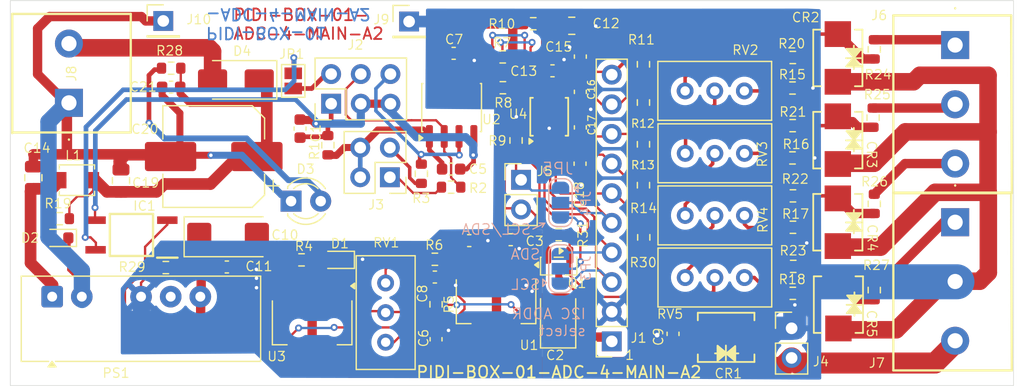
<source format=kicad_pcb>
(kicad_pcb (version 20241229) (generator "pcbnew") (generator_version "9.0")
  (layers (0 "F.Cu" signal) (2 "B.Cu" signal) (13 "F.Paste" user) (15 "B.Paste" user) (5 "F.SilkS" user "F.Silkscreen") (7 "B.SilkS" user "B.Silkscreen") (1 "F.Mask" user) (3 "B.Mask" user) (25 "Edge.Cuts" user))
  (net 0 "")
  (net 1 "Net-(D2-A)")
  (net 2 "+12V")
  (net 3 "GND")
  (net 4 "Net-(D1-A)")
  (net 5 "Net-(PS1-+Vin)")
  (net 6 "Net-(CR2-Pad1)")
  (net 7 "Net-(CR3-Pad1)")
  (net 8 "Net-(CR4-Pad1)")
  (net 9 "/+5V I2C BUS")
  (net 10 "Net-(J3-Pin_2)")
  (net 11 "Net-(U3-ADJ)")
  (net 12 "Net-(U4-VDD)")
  (net 13 "Net-(IC1-E)")
  (net 14 "Net-(D2-K)")
  (net 15 "Net-(CR5-Pad1)")
  (net 16 "Net-(J2-Pin_6)")
  (net 17 "Net-(J2-Pin_4)")
  (net 18 "+9V")
  (net 19 "AIN0")
  (net 20 "Net-(J3-Pin_3)")
  (net 21 "AIN1")
  (net 22 "AIN2")
  (net 23 "AIN3")
  (net 24 "SCL2")
  (net 25 "Net-(J3-Pin_1)")
  (net 26 "Net-(J6-Pad3)")
  (net 27 "Net-(J6-Pad2)")
  (net 28 "Net-(J6-Pad1)")
  (net 29 "Net-(J7-Pad1)")
  (net 30 "Net-(IC1-C)")
  (net 31 "SDA2")
  (net 32 "Net-(R5-Pad2)")
  (net 33 "Net-(R6-Pad1)")
  (net 34 "+4-7Vext")
  (net 35 "Net-(R18-Pad1)")
  (net 36 "+3V3")
  (net 37 "Net-(R22-Pad2)")
  (net 38 "Net-(R11-Pad1)")
  (net 39 "Net-(R12-Pad1)")
  (net 40 "Net-(R13-Pad1)")
  (net 41 "Net-(R14-Pad1)")
  (net 42 "Net-(R15-Pad1)")
  (net 43 "Net-(R16-Pad1)")
  (net 44 "Net-(R17-Pad1)")
  (net 45 "Net-(R23-Pad2)")
  (net 46 "Net-(R20-Pad2)")
  (net 47 "Net-(R21-Pad2)")
  (net 48 "ADDR")
  (net 49 "Net-(D3-A)")
  (net 50 "Net-(D4-A)")
  (net 51 "RDY")
  (net 52 "Net-(IC1-Pad1)")
  (net 53 "Net-(Q1-C)")
  (net 54 "Net-(J2-Pin_2)")
  (net 56 "Net-(J5-Pin_1)")
  (net 57 "Net-(JP3-C)")
  (net 58 "Net-(Q1-B)")
  (footprint "Resistor_SMD:R_0603_1608Metric" (layer "F.Cu") (at 153.9748 76.073)
    (property "Reference" "R31")
    (property "Value" "10K")
  )
  (footprint "Resistor_SMD:R_0603_1608Metric" (layer "F.Cu") (at 174.0408 60.8838 180)
    (property "Reference" "R20")
    (property "Value" "1K5")
  )
  (footprint "MYlib_GLOBAL:HCPL-354-000E" (layer "F.Cu") (at 117.348 76.0984 180)
    (property "Reference" "IC1")
    (property "Value" "HCPL-354-000E")
  )
  (footprint "Jumper:SolderJumper-2_P1.3mm_Open_Pad1.0x1.5mm" (layer "F.Cu") (at 131.2164 62.8904 -90)
    (property "Reference" "JP1")
    (property "Value" "Jumper_2_Open" (hide yes))
  )
  (footprint "Capacitor_SMD:C_0603_1608Metric" (layer "F.Cu") (at 155.829 60.8076 90)
    (property "Reference" "C15")
    (property "Value" "100nF")
  )
  (footprint "Capacitor_SMD:C_0603_1608Metric" (layer "F.Cu") (at 149.86 76.5048)
    (property "Reference" "C3")
    (property "Value" "100nF")
  )
  (footprint "Capacitor_SMD:C_0603_1608Metric" (layer "F.Cu") (at 143.3576 79.7052)
    (property "Reference" "C8")
    (property "Value" "10uF")
  )
  (footprint "Resistor_SMD:R_0603_1608Metric" (layer "F.Cu") (at 174.054 72.7456 180)
    (property "Reference" "R22")
    (property "Value" "1K5")
  )
  (footprint "Resistor_SMD:R_0603_1608Metric" (layer "F.Cu") (at 142.2 70.85 -90)
    (property "Reference" "R3")
    (property "Value" "4K7")
  )
  (footprint "Package_TO_SOT_SMD:SOT-23" (layer "F.Cu") (at 153.9748 78.7654 -90)
    (property "Reference" "Q1")
    (property "Value" "BC808")
  )
  (footprint "MYlib_GLOBAL:SMB_STM" (layer "F.Cu") (at 177.9016 67.9704 -90)
    (property "Reference" "CR3")
    (property "Value" "SM6T12CA")
  )
  (footprint "Capacitor_SMD:C_0603_1608Metric" (layer "F.Cu") (at 120.75 63.4256 180)
    (property "Reference" "C21")
    (property "Value" "100nF")
  )
  (footprint "Package_SO:TSSOP-10_3x3mm_P0.5mm" (layer "F.Cu") (at 153.162 65.9638 90)
    (property "Reference" "U4")
    (property "Value" "ADS1115IDGS")
  )
  (footprint "LED_THT:LED_D3.0mm" (layer "F.Cu") (at 131.03 73.2)
    (property "Reference" "D3")
    (property "Value" "LED gn")
  )
  (footprint "Resistor_SMD:R_0603_1608Metric" (layer "F.Cu") (at 149.1742 60.833)
    (property "Reference" "R7")
    (property "Value" "4K7")
  )
  (footprint "Resistor_SMD:R_0603_1608Metric" (layer "F.Cu") (at 143.4592 82.042 -90)
    (property "Reference" "R5")
    (property "Value" "330")
  )
  (footprint "Connector_PinHeader_2.54mm:PinHeader_1x01_P2.54mm_Vertical" (layer "F.Cu") (at 120.075 57.75)
    (property "Reference" "J10")
    (property "Value" "Conn_01x01" (hide yes))
  )
  (footprint "Connector_PinSocket_2.54mm:PinSocket_1x10_P2.54mm_Vertical" (layer "F.Cu") (at 158.5214 85.217 180)
    (property "Reference" "J1")
    (property "Value" "Conn_01x10_Pin" (hide yes))
  )
  (footprint "MYlib_GLOBAL:SMB_STM" (layer "F.Cu") (at 177.9016 75.0062 -90)
    (property "Reference" "CR4")
    (property "Value" "SM6T12CA")
  )
  (footprint "Capacitor_SMD:C_0603_1608Metric" (layer "F.Cu") (at 143.4592 85.0392 90)
    (property "Reference" "C6")
    (property "Value" "100nF")
  )
  (footprint "Resistor_SMD:R_0603_1608Metric" (layer "F.Cu") (at 161.2392 61.468 90)
    (property "Reference" "R11")
    (property "Value" "10K")
  )
  (footprint "Resistor_SMD:R_0603_1608Metric" (layer "F.Cu") (at 111.2 74.7)
    (property "Reference" "R19")
    (property "Value" "8K2")
  )
  (footprint "Capacitor_SMD:C_0603_1608Metric" (layer "F.Cu") (at 153.4414 62.0268)
    (property "Reference" "C13")
    (property "Value" "100nF")
  )
  (footprint "Capacitor_SMD:C_0603_1608Metric" (layer "F.Cu") (at 155.829 63.8302 -90)
    (property "Reference" "C16")
    (property "Value" "100nF")
  )
  (footprint "Resistor_SMD:R_0603_1608Metric" (layer "F.Cu") (at 161.2392 68.326 90)
    (property "Reference" "R13")
    (property "Value" "10K")
  )
  (footprint "MYlib_GLOBAL:CTB07093" (layer "F.Cu") (at 187.96 59.817 -90)
    (property "Reference" "J6")
    (property "Value" "CTB0709_3" (hide yes))
  )
  (footprint "Resistor_SMD:R_0603_1608Metric" (layer "F.Cu") (at 174.0154 63.5)
    (property "Reference" "R15")
    (property "Value" "820")
  )
  (footprint "Resistor_SMD:R_0603_1608Metric" (layer "F.Cu") (at 181.0258 80.8228 -90)
    (property "Reference" "R27")
    (property "Value" "10")
  )
  (footprint "Capacitor_SMD:C_0603_1608Metric" (layer "F.Cu") (at 163.775 84.575 90)
    (property "Reference" "C9")
    (property "Value" "100nF")
  )
  (footprint "MYlib_GLOBAL:SMB_STM" (layer "F.Cu") (at 177.9016 60.9219 -90)
    (property "Reference" "CR2")
    (property "Value" "SM6T12CA")
  )
  (footprint "Capacitor_SMD:C_0603_1608Metric" (layer "F.Cu") (at 144.75 70.45)
    (property "Reference" "C5")
    (property "Value" "100nF")
  )
  (footprint "Diode_SMD:D_SMA" (layer "F.Cu") (at 126.3 62.8 180)
    (property "Reference" "D4")
    (property "Value" "US2BA")
  )
  (footprint "Capacitor_Tantalum_SMD:CP_EIA-3528-21_Kemet-B" (layer "F.Cu") (at 153.924 83.312 90)
    (property "Reference" "C2")
    (property "Value" "100uF")
  )
  (footprint "MYlib_GLOBAL:CTB07093" (layer "F.Cu") (at 187.96 75.0062 -90)
    (property "Reference" "J7")
    (property "Value" "CTB0709_3" (hide yes))
  )
  (footprint "Package_TO_SOT_SMD:SOT-223-3_TabPin2" (layer "F.Cu") (at 132.8375 83.6 -90)
    (property "Reference" "U3")
    (property "Value" "AMS1117CD")
  )
  (footprint "Package_SO:SOIC-8_3.9x4.9mm_P1.27mm" (layer "F.Cu") (at 144.7942 65.1764 90)
    (property "Reference" "U2")
    (property "Value" "ADuM1250")
  )
  (footprint "Resistor_SMD:R_0603_1608Metric" (layer "F.Cu") (at 174.0154 69.4944)
    (property "Reference" "R16")
    (property "Value" "820")
  )
  (footprint "Resistor_SMD:R_0603_1608Metric" (layer "F.Cu") (at 161.2392 71.8312 90)
    (property "Reference" "R14")
    (property "Value" "10K")
  )
  (footprint "Connector_PinHeader_2.54mm:PinHeader_2x02_P2.54mm_Vertical" (layer "F.Cu") (at 139.5 71.15 180)
    (property "Reference" "J3")
    (property "Value" "Conn_02x02_Odd_Even" (hide yes))
  )
  (footprint "MYlib_GLOBAL:CTB07092" (layer "F.Cu") (at 111.9886 64.77 90)
    (property "Reference" "J8")
    (property "Value" "CTB0709_2" (hide yes))
  )
  (footprint "Capacitor_SMD:C_0805_2012Metric" (layer "F.Cu") (at 116.45 71.45 90)
    (property "Reference" "C19")
    (property "Value" "4,7uF")
  )
  (footprint "Resistor_SMD:R_0603_1608Metric" (layer "F.Cu") (at 134.1882 68.4022 90)
    (property "Reference" "R1")
    (property "Value" "10")
  )
  (footprint "Capacitor_SMD:C_0603_1608Metric" (layer "F.Cu") (at 131.8006 66.9798 90)
    (property "Reference" "C1")
    (property "Value" "100nF")
  )
  (footprint "Connector_PinHeader_2.54mm:PinHeader_1x01_P2.54mm_Vertical" (layer "F.Cu") (at 141.15 57.8)
    (property "Reference" "J9")
    (property "Value" "Conn_01x01" (hide yes))
  )
  (footprint "Potentiometer_THT:Potentiometer_Bourns_3296W_Vertical" (layer "F.Cu") (at 139.1362 80.2132 90)
    (property "Reference" "RV1")
    (property "Value" "1K")
  )
  (footprint "Connector_PinHeader_2.54mm:PinHeader_1x02_P2.54mm_Vertical" (layer "F.Cu") (at 150.749 71.369)
    (property "Reference" "J5")
    (property "Value" "Conn_02x01" (hide yes))
  )
  (footprint "Potentiometer_THT:Potentiometer_Bourns_3296W_Vertical" (layer "F.Cu") (at 164.82 69.1 180)
    (property "Reference" "RV3")
    (property "Value" "1K")
  )
  (footprint "Resistor_SMD:R_0603_1608Metric" (layer "F.Cu") (at 120.75 61.8)
    (property "Reference" "R28")
    (property "Value" "6K8")
  )
  (footprint "Resistor_SMD:R_0603_1608Metric" (layer "F.Cu") (at 131.9276 78.232 180)
    (property "Reference" "R4")
    (property "Value" "5K6")
  )
  (footprint "Resistor_SMD:R_0603_1608Metric" (layer "F.Cu") (at 181.0258 73.4314 -90)
    (property "Reference" "R26")
    (property "Value" "10")
  )
  (footprint "Resistor_SMD:R_0603_1608Metric" (layer "F.Cu") (at 151.7904 57.9882 180)
    (property "Reference" "R10")
    (property "Value" "10")
  )
  (footprint "MYlib_GLOBAL:Converter_DCDC_XP_POWER-IAxxxxS_THT" (layer "F.Cu") (at 110.5408 81.6356 90)
    (property "Reference" "PS1")
    (property "Value" "IA1209S-2WS")
  )
  (footprint "Resistor_SMD:R_0603_1608Metric" (layer "F.Cu") (at 174.0286 66.7258 180)
    (property "Reference" "R21")
    (property "Value" "1K5")
  )
  (footprint "LED_SMD:LED_0603_1608Metric" (layer "F.Cu") (at 134.9756 78.232 180)
    (property "Reference" "D1")
    (property "Value" "LED rt")
  )
  (footprint "LED_SMD:LED_0603_1608Metric" (layer "F.Cu") (at 111.1492 76.351 180)
    (property "Reference" "D2")
    (property "Value" "LED gn")
  )
  (footprint "Resistor_SMD:R_0603_1608Metric" (layer "F.Cu") (at 120.2944 78.8924)
    (property "Reference" "R29")
    (property "Value" "470")
  )
  (footprint "Package_TO_SOT_SMD:SOT-223-3_TabPin2" (layer "F.Cu") (at 148.604 81.7884 -90)
    (property "Reference" "U1")
    (property "Value" "AMS1117-3.3")
  )
  (footprint "Inductor_SMD:L_Wuerth_WE-GF-1210" (layer "F.Cu") (at 112.675 71.4 180)
    (property "Reference" "L1")
    (property "Value" "6,8uH")
  )
  (footprint "Capacitor_SMD:CP_Elec_8x10.5" (layer "F.Cu") (at 124.4 69.375 180)
    (property "Reference" "C20")
    (property "Value" "100uF")
  )
  (footprint "Resistor_SMD:R_0603_1608Metric" (layer "F.Cu") (at 143.3576 78.1812)
    (property "Reference" "R6")
    (property "Value" "330")
  )
  (footprint "MYlib_GLOBAL:SMB_STM" (layer "F.Cu") (at 168.325 84.875 180)
    (property "Reference" "CR1")
    (property "Value" "SM6T12CA")
  )
  (footprint "Capacitor_SMD:C_0603_1608Metric" (layer "F.Cu") (at 146.304 76.581)
    (property "Reference" "C4" (hide yes))
    (property "Value" "100nF")
  )
  (footprint "Resistor_SMD:R_0603_1608Metric" (layer "F.Cu") (at 150.3172 67.9958 90)
    (property "Reference" "R9")
    (property "Value" "10K")
  )
  (footprint "Resistor_SMD:R_0603_1608Metric" (layer "F.Cu") (at 161.2392 64.7446 90)
    (property "Reference" "R12")
    (property "Value" "10K")
  )
  (footprint "Resistor_SMD:R_0603_1608Metric" (layer "F.Cu") (at 174.0408 81.1022)
    (property "Reference" "R18")
    (property "Value" "820")
  )
  (footprint "Capacitor_SMD:C_0805_2012Metric" (layer "F.Cu") (at 155.0924 58.166)
    (property "Reference" "C12")
    (property "Value" "10uF")
  )
  (footprint "Potentiometer_THT:Potentiometer_Bourns_3296W_Vertical" (layer "F.Cu") (at 164.82 74.425 180)
    (property "Reference" "RV4")
    (property "Value" "1K")
  )
  (footprint "MYlib_GLOBAL:SMB_STM" (layer "F.Cu") (at 177.9524 82.0674 -90)
    (property "Reference" "CR5")
    (property "Value" "SM6T12CA")
  )
  (footprint "Connector_PinHeader_2.54mm:PinHeader_2x03_P2.54mm_Vertical" (layer "F.Cu") (at 134.4676 64.8462 90)
    (property "Reference" "J2")
    (property "Value" "Conn_02x03_Odd_Even" (hide yes))
  )
  (footprint "Resistor_SMD:R_0603_1608Metric" (layer "F.Cu") (at 181.0258 60.1858 -90)
    (property "Reference" "R24")
    (property "Value" "10")
  )
  (footprint "Resistor_SMD:R_0603_1608Metric" (layer "F.Cu") (at 180.9242 66.04 -90)
    (property "Reference" "R25")
    (property "Value" "10")
  )
  (footprint "Capacitor_SMD:C_0603_1608Metric" (layer "F.Cu") (at 155.829 66.8782 90)
    (property "Reference" "C17")
    (property "Value" "100nF")
  )
  (footprint "Capacitor_SMD:C_0603_1608Metric" (layer "F.Cu") (at 144.9702 60.5282)
    (property "Reference" "C7")
    (property "Value" "100nF")
  )
  (footprint "Resistor_SMD:R_0603_1608Metric" (layer "F.Cu") (at 174.054 75.438)
    (property "Reference" "R17")
    (property "Value" "820")
  )
  (footprint "Potentiometer_THT:Potentiometer_Bourns_3296W_Vertical" (layer "F.Cu") (at 164.82 79.75 180)
    (property "Reference" "RV5")
    (property "Value" "1K")
  )
  (footprint "Capacitor_SMD:C_0603_1608Metric" (layer "F.Cu") (at 155.8036 69.9894 -90)
    (property "Reference" "C18")
    (property "Value" "100nF")
  )
  (footprint "Capacitor_Tantalum_SMD:CP_EIA-6032-28_Kemet-C" (layer "F.Cu") (at 125.6284 76.2508)
    (property "Reference" "C10")
    (property "Value" "100uF")
  )
  (footprint "Capacitor_SMD:C_0805_2012Metric" (layer "F.Cu") (at 108.9392 71.1896 90)
    (property "Reference" "C14")
    (property "Value" "4,7uF")
  )
  (footprint "Resistor_SMD:R_0603_1608Metric" (layer "F.Cu") (at 149.1874 63.4746)
    (property "Reference" "R8")
    (property "Value" "4K7")
  )
  (footprint "Connector_PinHeader_2.54mm:PinHeader_1x02_P2.54mm_Vertical" (layer "F.Cu") (at 173.9392 84.0994)
    (property "Reference" "J4")
    (property "Value" "Conn_02x01" (hide yes))
  )
  (footprint "Resistor_SMD:R_0603_1608Metric" (layer "F.Cu") (at 161.2646 76.3016 90)
    (property "Reference" "R30")
    (property "Value" "10K")
  )
  (footprint "Capacitor_SMD:C_0603_1608Metric" (layer "F.Cu") (at 125.5268 78.8416)
    (property "Reference" "C11")
    (property "Value" "100nF")
  )
  (footprint "Resistor_SMD:R_0603_1608Metric" (layer "F.Cu") (at 174.0794 78.7908 180)
    (property "Reference" "R23")
    (property "Value" "1K5")
  )
  (footprint "Resistor_SMD:R_0603_1608Metric" (layer "F.Cu") (at 144.75 72 180)
    (property "Reference" "R2")
    (property "Value" "4K7")
  )
  (footprint "Potentiometer_THT:Potentiometer_Bourns_3296W_Vertical" (layer "F.Cu") (at 164.81 63.75 180)
    (property "Reference" "RV2")
    (property "Value" "1K")
  )
  (footprint "Jumper:SolderJumper-3_P1.3mm_Open_RoundedPad1.0x1.5mm" (layer "B.Cu") (at 154.1173 78.994 90)
    (property "Reference" "JP3")
    (property "Value" "SolderJumper_3_Open" (hide yes))
  )
  (footprint "Jumper:SolderJumper-3_P1.3mm_Open_RoundedPad1.0x1.5mm" (layer "B.Cu") (at 154.1272 73.3252 -90)
    (property "Reference" "JP4")
    (property "Value" "SolderJumper_3_Open" (hide yes))
  )
  (gr_line (start 152.781 75.0824) (end 152.297099 75.0824) (stroke (width 0.1)) (layer "B.SilkS"))
  (gr_line (start 151.765 75.5904) (end 152.781 75.0824) (stroke (width 0.1)) (layer "B.SilkS"))
  (gr_line (start 152.781 75.0824) (end 152.5524 75.438) (stroke (width 0.1)) (layer "B.SilkS"))
  (gr_rect (start 106.9616 56.007) (end 192.9616 89.007) (stroke (width 0.05)) (fill no) (layer "Edge.Cuts"))
  (gr_text "PIDI-BOX-01-\nADC-4-MAIN-A2" (at 126 59.425 0) (layer "F.Cu") (effects (font (size 1 1)) (justify left bottom)))
  (gr_text "PIDI-BOX-01\n-ADC-4-MAIN-A2" (at 123.6472 56.5912 180) (layer "B.Cu") (effects (font (size 1 1)) (justify left bottom mirror)))
  (gr_text "1\n" (at 159.6136 86.868 0) (layer "F.SilkS") (effects (font (size 0.8 0.8) (thickness 0.1)) (justify left bottom)))
  (gr_text "PIDI-BOX-01-ADC-4-MAIN-A2" (at 141.6812 88.4428 0) (layer "F.SilkS") (effects (font (size 1 1)) (justify left bottom)))
  (gr_text "SCL/SDA" (at 151.6634 76.1492 0) (layer "B.SilkS") (effects (font (size 0.9 0.9) (thickness 0.1)) (justify left bottom mirror)))
  (gr_text "JP5" (at 155.2956 70.993 0) (layer "B.SilkS") (effects (font (size 1 1) (thickness 0.1)) (justify left bottom mirror)))
  (gr_text "I2C ADDR \nselect" (at 156.3624 84.836 0) (layer "B.SilkS") (effects (font (size 0.9 0.9) (thickness 0.1)) (justify left bottom mirror)))
  (gr_text "SCL" (at 152.4508 80.8736 0) (layer "B.SilkS") (effects (font (size 0.9 0.9) (thickness 0.1)) (justify left bottom mirror)))
  (gr_text "SDA" (at 152.4508 78.2828 0) (layer "B.SilkS") (effects (font (size 0.9 0.9) (thickness 0.1)) (justify left bottom mirror)))
  (segment (start 110.3617 76.351) (end 110.3617 74.7133) (width 0.2) (layer "F.Cu") (net 1))
  (segment (start 110.3617 74.7133) (end 110.375 74.7) (width 0.2) (layer "F.Cu") (net 1))
  (segment (start 114.2 71.85) (end 114.2508 71.9008) (width 0.2) (layer "F.Cu") (net 2))
  (segment (start 114.075 72.3) (end 114.075 71.4) (width 0.2) (layer "F.Cu") (net 2))
  (segment (start 116.45 72.4) (end 119.5 72.4) (width 1) (layer "F.Cu") (net 2))
  (segment (start 114.2 71.525) (end 114.2 71.85) (width 0.2) (layer "F.Cu") (net 2))
  (segment (start 121.575 61.8) (end 121.575 63.3756) (width 0.2) (layer "F.Cu") (net 2))
  (segment (start 114.25 71.4) (end 115.25 72.4) (width 1) (layer "F.Cu") (net 2))
  (segment (start 115.25 72.4) (end 116.45 72.4) (width 1) (layer "F.Cu") (net 2))
  (segment (start 126.5842 69.2658) (end 127.8128 69.2658) (width 1) (layer "F.Cu") (net 2))
  (segment (start 112.725 72.775) (end 113.6 72.775) (width 0.2) (layer "F.Cu") (net 2))
  (segment (start 128.95 64.8) (end 128.9292 64.8208) (width 0.6) (layer "F.Cu") (net 2))
  (segment (start 114.075 71.4) (end 114.25 71.4) (width 1) (layer "F.Cu") (net 2))
  (segment (start 121.575 63.3756) (end 121.525 63.4256) (width 0.2) (layer "F.Cu") (net 2))
  (segment (start 128.8712 69.2658) (end 128.95 69.187) (width 1) (layer "F.Cu") (net 2))
  (segment (start 128.9292 64.8208) (end 122.3708 64.8208) (width 0.6) (layer "F.Cu") (net 2))
  (segment (start 120.1704 71.7296) (end 124.1204 71.7296) (width 1) (layer "F.Cu") (net 2))
  (segment (start 127.8128 69.2658) (end 128.8712 69.2658) (width 1.2) (layer "F.Cu") (net 2))
  (segment (start 112.025 74.7) (end 112.025 73.475) (width 0.2) (layer "F.Cu") (net 2))
  (segment (start 128.95 69.187) (end 128.95 63.45) (width 1) (layer "F.Cu") (net 2))
  (segment (start 121.525 63.975) (end 121.525 63.4256) (width 0.6) (layer "F.Cu") (net 2))
  (segment (start 122.3708 64.8208) (end 121.525 63.975) (width 0.6) (layer "F.Cu") (net 2))
  (segment (start 119.5 72.4) (end 120.1704 71.7296) (width 1) (layer "F.Cu") (net 2))
  (segment (start 113.6 72.775) (end 114.075 72.3) (width 0.2) (layer "F.Cu") (net 2))
  (segment (start 128.95 63.45) (end 128.3 62.8) (width 1) (layer "F.Cu") (net 2))
  (segment (start 124.1204 71.7296) (end 126.5842 69.2658) (width 1) (layer "F.Cu") (net 2))
  (segment (start 114.075 71.4) (end 114.2 71.525) (width 0.2) (layer "F.Cu") (net 2))
  (segment (start 112.025 73.475) (end 112.725 72.775) (width 0.2) (layer "F.Cu") (net 2))
  (segment (start 112.05 74.675) (end 112.025 74.7) (width 0.2) (layer "F.Cu") (net 2))
  (segment (start 162.625 83.8) (end 163.775 83.8) (width 0.6) (layer "F.Cu") (net 3))
  (segment (start 147.0282 76.5048) (end 146.9266 76.6064) (width 0.6) (layer "F.Cu") (net 3))
  (segment (start 154.432 61.8112) (end 154.2164 62.0268) (width 0.3) (layer "F.Cu") (net 3))
  (segment (start 150.5852 78.3196) (end 150.5852 77.2668) (width 0.6) (layer "F.Cu") (net 3))
  (segment (start 172.5422 84.0994) (end 173.9392 84.0994) (width 1) (layer "F.Cu") (net 3))
  (segment (start 146.1262 60.5282) (end 146.7358 61.1378) (width 0.2) (layer "F.Cu") (net 3))
  (segment (start 177.9524 70.0659) (end 177.9524 70.4723) (width 0.3) (layer "F.Cu") (net 3))
  (segment (start 170.3947 84.5) (end 170.3947 84.85) (width 1) (layer "F.Cu") (net 3))
  (segment (start 181.5592 77.1398) (end 186.2582 72.4408) (width 1.5) (layer "F.Cu") (net 3))
  (segment (start 190.7794 67.2592) (end 183.6928 67.2592) (width 1.5) (layer "F.Cu") (net 3))
  (segment (start 150.904 78.6384) (end 150.8259 78.5603) (width 1) (layer "F.Cu") (net 3))
  (segment (start 146.7358 61.1378) (end 146.7358 62.6648) (width 0.2) (layer "F.Cu") (net 3))
  (segment (start 146.6992 61.9264) (end 146.6992 62.7014) (width 0.2) (layer "F.Cu") (net 3))
  (segment (start 128.05 79.0448) (end 128.05 79.7624) (width 0.6) (layer "F.Cu") (net 3))
  (segment (start 170.3947 84.85) (end 170.3697 84.875) (width 1) (layer "F.Cu") (net 3))
  (segment (start 181.0004 69.9516) (end 177.9651 69.9516) (width 1.5) (layer "F.Cu") (net 3))
  (segment (start 174.8658 81.6478) (end 174.8658 81.1022) (width 0.3) (layer "F.Cu") (net 3))
  (segment (start 144.8438 80.4164) (end 145.1356 80.4164) (width 0.2) (layer "F.Cu") (net 3))
  (segment (start 144.526 84.2772) (end 144.4752 84.328) (width 0.5) (layer "F.Cu") (net 3))
  (segment (start 178.0667 84.2264) (end 182.9054 84.2264) (width 1.5) (layer "F.Cu") (net 3))
  (segment (start 150.904 80.1396) (end 150.904 78.6384) (width 1) (layer "F.Cu") (net 3))
  (segment (start 144.1826 78.1812) (end 144.1826 79.6552) (width 0.2) (layer "F.Cu") (net 3))
  (segment (start 184.9374 62.4078) (end 190.7794 62.4078) (width 1.5) (layer "F.Cu") (net 3))
  (segment (start 128.0668 79.0616) (end 128.05 79.0448) (width 0.6) (layer "F.Cu") (net 3))
  (segment (start 157.099 58.2422) (end 156.9466 58.2422) (width 0.3) (layer "F.Cu") (net 3))
  (segment (start 174.8404 63.5) (end 175.768 63.5) (width 0.3) (layer "F.Cu") (net 3))
  (segment (start 175.2346 76.7842) (end 174.879 76.4286) (width 0.3) (layer "F.Cu") (net 3))
  (segment (start 150.3172 66.0146) (end 150.3172 67.1708) (width 0.2) (layer "F.Cu") (net 3))
  (segment (start 182.9054 84.2264) (end 187.071 80.0608) (width 1.5) (layer "F.Cu") (net 3))
  (segment (start 155.829 64.6052) (end 155.9944 64.6052) (width 0.2) (layer "F.Cu") (net 3))
  (segment (start 153.908 81.788) (end 153.924 81.772) (width 1) (layer "F.Cu") (net 3))
  (segment (start 188.2394 80.0608) (end 190.0682 80.0608) (width 1.5) (layer "F.Cu") (net 3))
  (segment (start 188.1378 80.1624) (end 188.2394 80.0608) (width 1.5) (layer "F.Cu") (net 3))
  (segment (start 190.7794 67.2592) (end 190.7794 72.4408) (width 1.5) (layer "F.Cu") (net 3))
  (segment (start 151.6888 80.9244) (end 152.5524 81.788) (width 1) (layer "F.Cu") (net 3))
  (segment (start 150.3426 65.9638) (end 150.368 65.9638) (width 0.2) (layer "F.Cu") (net 3))
  (segment (start 128.05 79.7624) (end 128.05 76.2992) (width 1) (layer "F.Cu") (net 3))
  (segment (start 154.9524 60.0326) (end 155.829 60.0326) (width 0.2) (layer "F.Cu") (net 3))
  (segment (start 145.7452 60.5282) (end 146.1262 60.5282) (width 0.2) (layer "F.Cu") (net 3))
  (segment (start 187.071 80.0608) (end 188.0362 80.0608) (width 1.5) (layer "F.Cu") (net 3))
  (segment (start 174.4208 82.0928) (end 174.8658 81.6478) (width 0.3) (layer "F.Cu") (net 3))
  (segment (start 190.8048 79.3242) (end 190.8048 72.4662) (width 1.5) (layer "F.Cu") (net 3))
  (segment (start 177.9651 69.9516) (end 177.9016 70.0151) (width 1.5) (layer "F.Cu") (net 3))
  (segment (start 147.9042 76.581) (end 147.079 76.581) (width 0.4) (layer "F.Cu") (net 3))
  (segment (start 156.8704 58.166) (end 155.9662 58.166) (width 0.3) (layer "F.Cu") (net 3))
  (segment (start 144.4752 84.328) (end 143.4592 84.328) (width 0.5) (layer "F.Cu") (net 3))
  (segment (start 118.1708 80.191) (end 118.1708 81.3856) (width 0.2) (layer "F.Cu") (net 3))
  (segment (start 156.718 65.3288) (end 156.6034 65.3288) (width 0.2) (layer "F.Cu") (net 3))
  (segment (start 174.879 76.4286) (end 174.879 75.438) (width 0.3) (layer "F.Cu") (net 3))
  (segment (start 177.9524 84.1121) (end 178.0667 84.2264) (width 1.5) (layer "F.Cu") (net 3))
  (segment (start 177.3682 63.5) (end 177.9016 62.9666) (width 0.3) (layer "F.Cu") (net 3))
  (segment (start 154.432 61.0616) (end 154.432 61.8112) (width 0.3) (layer "F.Cu") (net 3))
  (segment (start 137.16 78.1812) (end 135.8139 78.1812) (width 0.3) (layer "F.Cu") (net 3))
  (segment (start 155.9052 71.8312) (end 155.8036 71.7296) (width 0.2) (layer "F.Cu") (net 3))
  (segment (start 150.5852 76.5546) (end 150.635 76.5048) (width 0.6) (layer "F.Cu") (net 3))
  (segment (start 155.9944 64.6052) (end 156.718 65.3288) (width 0.2) (layer "F.Cu") (net 3))
  (segment (start 157.1498 58.1914) (end 157.099 58.2422) (width 0.3) (layer "F.Cu") (net 3))
  (segment (start 150.5852 77.2668) (end 150.5852 76.5546) (width 0.6) (layer "F.Cu") (net 3))
  (segment (start 170.3815 84.8868) (end 171.7548 84.8868) (width 1) (layer "F.Cu") (net 3))
  (segment (start 177.9905 77.1398) (end 181.5592 77.1398) (width 1.5) (layer "F.Cu") (net 3))
  (segment (start 174.2186 82.0928) (end 174.4208 82.0928) (width 0.3) (layer "F.Cu") (net 3))
  (segment (start 188.0362 80.0608) (end 188.1378 80.1624) (width 1.5) (layer "F.Cu") (net 3))
  (segment (start 162.4076 84.0174) (end 162.625 83.8) (width 0.6) (layer "F.Cu") (net 3))
  (segment (start 177.9016 62.9666) (end 184.3786 62.9666) (width 1.5) (layer "F.Cu") (net 3))
  (segment (start 183.6928 67.2592) (end 181.0004 69.9516) (width 1.5) (layer "F.Cu") (net 3))
  (segment (start 150.904 78.6384) (end 150.6633 78.6384) (width 0.2) (layer "F.Cu") (net 3))
  (segment (start 144.1326 79.7052) (end 144.8438 80.4164) (width 0.2) (layer "F.Cu") (net 3))
  (segment (start 151.6888 80.9244) (end 150.904 80.1396) (width 1) (layer "F.Cu") (net 3))
  (segment (start 150.6633 78.6384) (end 150.45 78.4251) (width 0.2) (layer "F.Cu") (net 3))
  (segment (start 119.4694 78.8924) (end 118.1708 80.191) (width 0.2) (layer "F.Cu") (net 3))
  (segment (start 156.6034 65.3288) (end 155.829 66.1032) (width 0.2) (layer "F.Cu") (net 3))
  (segment (start 128.05 76.2992) (end 128.0984 76.2508) (width 1) (layer "F.Cu") (net 3))
  (segment (start 170.3697 84.875) (end 170.3815 84.8868) (width 1) (layer "F.Cu") (net 3))
  (segment (start 128.05 79.7624) (end 128.05 78.8416) (width 0.6) (layer "F.Cu") (net 3))
  (segment (start 154.9146 59.9948) (end 154.9524 60.0326) (width 0.2) (layer "F.Cu") (net 3))
  (segment (start 150.368 65.9638) (end 150.3172 66.0146) (width 0.2) (layer "F.Cu") (net 3))
  (segment (start 155.8036 71.7296) (end 155.8036 70.7644) (width 0.2) (layer "F.Cu") (net 3))
  (segment (start 150.904 78.6384) (end 150.5852 78.3196) (width 0.6) (layer "F.Cu") (net 3))
  (segment (start 128.05 78.8416) (end 126.3018 78.8416) (width 0.6) (layer "F.Cu") (net 3))
  (segment (start 190.7794 62.4078) (end 190.7794 67.2592) (width 1.5) (layer "F.Cu") (net 3))
  (segment (start 152.5524 81.788) (end 153.908 81.788) (width 1) (layer "F.Cu") (net 3))
  (segment (start 190.8048 72.4662) (end 190.7794 72.4408) (width 1.5) (layer "F.Cu") (net 3))
  (segment (start 184.3786 62.9666) (end 184.9374 62.4078) (width 1.5) (layer "F.Cu") (net 3))
  (segment (start 190.0682 80.0608) (end 190.8048 79.3242) (width 1.5) (layer "F.Cu") (net 3))
  (segment (start 150.635 76.5254) (end 150.6858 76.5762) (width 0.6) (layer "F.Cu") (net 3))
  (segment (start 128.0668 80.6196) (end 128.0668 79.0616) (width 0.6) (layer "F.Cu") (net 3))
  (segment (start 174.8404 69.4944) (end 175.9204 69.4944) (width 0.3) (layer "F.Cu") (net 3))
  (segment (start 156.9466 58.2422) (end 156.8704 58.166) (width 0.3) (layer "F.Cu") (net 3))
  (segment (start 170.3697 84.475) (end 170.3947 84.5) (width 1) (layer "F.Cu") (net 3))
  (segment (start 128.05 79.4) (end 128.05 79.7624) (width 0.6) (layer "F.Cu") (net 3))
  (segment (start 171.7548 84.8868) (end 172.5422 84.0994) (width 1) (layer "F.Cu") (net 3))
  (segment (start 153.162 66.9544) (end 153.162 68.1138) (width 0.25) (layer "F.Cu") (net 3))
  (segment (start 135.8139 78.1812) (end 135.7631 78.232) (width 0.3) (layer "F.Cu") (net 3))
  (segment (start 144.1826 79.6552) (end 144.1326 79.7052) (width 0.2) (layer "F.Cu") (net 3))
  (segment (start 162.4076 84.6836) (end 162.4076 84.0174) (width 0.6) (layer "F.Cu") (net 3))
  (segment (start 186.2582 72.4408) (end 190.7794 72.4408) (width 1.5) (layer "F.Cu") (net 3))
  (segment (start 146.7358 62.6648) (end 146.6992 62.7014) (width 0.2) (layer "F.Cu") (net 3))
  (segment (start 150.635 76.5048) (end 150.635 76.5254) (width 0.6) (layer "F.Cu") (net 3))
  (via (at 155.9052 71.8312) (size 0.6) (drill 0.3) (layers "F.Cu" "B.Cu") (net 3))
  (via (at 151.6888 80.9244) (size 0.6) (drill 0.3) (layers "F.Cu" "B.Cu") (net 3))
  (via (at 162.4076 84.6836) (size 0.8) (drill 0.4) (layers "F.Cu" "B.Cu") (net 3))
  (via (at 174.2186 82.0928) (size 0.6) (drill 0.3) (layers "F.Cu" "B.Cu") (net 3))
  (via (at 175.9204 69.4944) (size 0.6) (drill 0.3) (layers "F.Cu" "B.Cu") (net 3))
  (via (at 154.9146 59.9948) (size 0.6) (drill 0.3) (layers "F.Cu" "B.Cu") (net 3))
  (via (at 128.0668 80.6196) (size 0.6) (drill 0.3) (layers "F.Cu" "B.Cu") (net 3))
  (via (at 137.16 78.1812) (size 0.6) (drill 0.3) (layers "F.Cu" "B.Cu") (net 3))
  (via (at 175.768 63.5) (size 0.6) (drill 0.3) (layers "F.Cu" "B.Cu") (net 3))
  (via (at 128.0668 79.8068) (size 0.6) (drill 0.3) (layers "F.Cu" "B.Cu") (net 3))
  (via (at 153.162 66.9544) (size 0.6) (drill 0.3) (layers "F.Cu" "B.Cu") (net 3))
  (via (at 146.7358 61.1378) (size 0.6) (drill 0.3) (layers "F.Cu" "B.Cu") (net 3))
  (via (at 147.9042 76.581) (size 0.6) (drill 0.3) (layers "F.Cu" "B.Cu") (net 3))
  (via (at 128.05 79.0448) (size 0.6) (drill 0.3) (layers "F.Cu" "B.Cu") (net 3))
  (via (at 150.3426 65.9638) (size 0.6) (drill 0.3) (layers "F.Cu" "B.Cu") (net 3))
  (via (at 156.718 65.3288) (size 0.6) (drill 0.3) (layers "F.Cu" "B.Cu") (net 3))
  (via (at 157.1498 58.1914) (size 0.6) (drill 0.3) (layers "F.Cu" "B.Cu") (net 3))
  (via (at 151.1808 80.4164) (size 0.6) (drill 0.3) (layers "F.Cu" "B.Cu") (net 3))
  (via (at 144.526 84.2772) (size 0.6) (drill 0.3) (layers "F.Cu" "B.Cu") (net 3))
  (via (at 150.5852 77.2668) (size 0.6) (drill 0.3) (layers "F.Cu" "B.Cu") (net 3))
  (via (at 175.2346 76.7842) (size 0.6) (drill 0.3) (layers "F.Cu" "B.Cu") (net 3))
  (via (at 145.1356 80.4164) (size 0.6) (drill 0.3) (layers "F.Cu" "B.Cu") (net 3))
  (via (at 154.432 61.0616) (size 0.6) (drill 0.3) (layers "F.Cu" "B.Cu") (net 3))
  (segment (start 162.2552 63.3984) (end 162.4076 63.246) (width 0.2) (layer "B.Cu") (net 3))
  (segment (start 150.3426 65.9638) (end 154.2222 65.9638) (width 0.2) (layer "B.Cu") (net 3))
  (segment (start 157.5054 63.627) (end 162.0266 63.627) (width 0.3) (layer "B.Cu") (net 3))
  (segment (start 156.4386 71.247) (end 155.9052 71.7804) (width 0.3) (layer "B.Cu") (net 3))
  (segment (start 151.6888 80.9244) (end 151.6888 84.0232) (width 0.6) (layer "B.Cu") (net 3))
  (segment (start 154.8384 60.071) (end 154.432 60.071) (width 0.2) (layer "B.Cu") (net 3))
  (segment (start 157.1498 58.1914) (end 160.9598 58.1914) (width 0.4) (layer "B.Cu") (net 3))
  (segment (start 174.2948 80.1116) (end 171.5516 77.3684) (width 2) (layer "B.Cu") (net 3))
  (segment (start 156.4386 71.247) (end 157.3022 71.247) (width 0.3) (layer "B.Cu") (net 3))
  (segment (start 153.2382 66.8782) (end 153.2382 65.9638) (width 0.3) (layer "B.Cu") (net 3))
  (segment (start 154.8572 65.3288) (end 156.718 65.3288) (width 0.2) (layer "B.Cu") (net 3))
  (segment (start 160.9598 58.1914) (end 162.4076 59.6392) (width 0.4) (layer "B.Cu") (net 3))
  (segment (start 147.5232 76.6572) (end 147.5232 79.0956) (width 0.6) (layer "B.Cu") (net 3))
  (segment (start 137.0838 87.122) (end 130.2444 87.122) (width 0.6) (layer "B.Cu") (net 3))
  (segment (start 118.2 81.4148) (end 118.1708 81.3856) (width 1.5) (layer "B.Cu") (net 3))
  (segment (start 162.433 77.0382) (end 162.433 67.577) (width 1.5) (layer "B.Cu") (net 3))
  (segment (start 148.844 80.4164) (end 151.1808 80.4164) (width 0.6) (layer "B.Cu") (net 3))
  (segment (start 127.45 84.85) (end 127.21 85.09) (width 1.5) (layer "B.Cu") (net 3))
  (segment (start 128.0668 79.8068) (end 128.0668 84.2332) (width 1.5) (layer "B.Cu") (net 3))
  (segment (start 145.6332 57.8) (end 141.15 57.8) (width 1) (layer "B.Cu") (net 3))
  (segment (start 144.1196 84.2772) (end 141.2748 87.122) (width 0.6) (layer "B.Cu") (net 3))
  (segment (start 157.3022 71.247) (end 157.3276 71.2216) (width 0.3) (layer "B.Cu") (net 3))
  (segment (start 162.1536 68.707) (end 162.433 68.4276) (width 0.3) (layer "B.Cu") (net 3))
  (segment (start 146.7358 61.1378) (end 146.7358 58.9026) (width 1) (layer "B.Cu") (net 3))
  (segment (start 157.0228 68.707) (end 162.1536 68.707) (width 0.3) (layer "B.Cu") (net 3))
  (segment (start 130.2444 87.122) (end 127.7112 84.5888) (width 0.6) (layer "B.Cu") (net 3))
  (segment (start 154.2222 65.9638) (end 154.4 65.786) (width 0.2) (layer "B.Cu") (net 3))
  (segment (start 169.3164 87.376) (end 155.0416 87.376) (width 0.6) (layer "B.Cu") (net 3))
  (segment (start 128.0668 79.7792) (end 128.0668 79.8068) (width 1.5) (layer "B.Cu") (net 3))
  (segment (start 147.9042 76.581) (end 147.5994 76.581) (width 0.6) (layer "B.Cu") (net 3))
  (segment (start 154.432 60.071) (end 154.432 59.1696) (width 0.3) (layer "B.Cu") (net 3))
  (segment (start 153.162 66.9544) (end 153.2382 66.8782) (width 0.3) (layer "B.Cu") (net 3))
  (segment (start 128.0668 79.8068) (end 128.0668 79.0616) (width 1.5) (layer "B.Cu") (net 3))
  (segment (start 162.3568 65.8876) (end 162.4076 65.8368) (width 0.2) (layer "B.Cu") (net 3))
  (segment (start 128.0668 79.0616) (end 128.05 79.0448) (width 1.5) (layer "B.Cu") (net 3))
  (segment (start 137.16 87.0458) (end 137.0838 87.122) (width 0.3) (layer "B.Cu") (net 3))
  (segment (start 141.2748 87.122) (end 137.0838 87.122) (width 0.6) (layer "B.Cu") (net 3))
  (segment (start 127.21 85.09) (end 119.54 85.09) (width 1.5) (layer "B.Cu") (net 3))
  (segment (start 137.16 78.1812) (end 137.16 87.0458) (width 0.3) (layer "B.Cu") (net 3))
  (segment (start 151.1808 80.4164) (end 151.6888 80.9244) (width 0.6) (layer "B.Cu") (net 3))
  (segment (start 128.05 79.7624) (end 128.0668 79.7792) (width 1.5) (layer "B.Cu") (net 3))
  (segment (start 174.2186 84.074) (end 174.2186 80.1116) (width 2) (layer "B.Cu") (net 3))
  (segment (start 148.8694 64.9478) (end 148.8694 75.6158) (width 0.7) (layer "B.Cu") (net 3))
  (segment (start 146.7358 62.8142) (end 148.8694 64.9478) (width 0.7) (layer "B.Cu") (net 3))
  (segment (start 157.4546 66.167) (end 162.0774 66.167) (width 0.3) (layer "B.Cu") (net 3))
  (segment (start 156.718 65.3288) (end 156.718 65.4304) (width 0.3) (layer "B.Cu") (net 3))
  (segment (start 147.9042 76.581) (end 148.082 76.4032) (width 0.6) (layer "B.Cu") (net 3))
  (segment (start 148.8694 75.6158) (end 148.082 76.4032) (width 0.7) (layer "B.Cu") (net 3))
  (segment (start 162.4076 84.6836) (end 162.4076 84.3266) (width 0.2) (layer "B.Cu") (net 3))
  (segment (start 119.54 85.09) (end 118.2 83.75) (width 1.5) (layer "B.Cu") (net 3))
  (segment (start 188.1124 80.1116) (end 188.1632 80.0608) (width 2) (layer "B.Cu") (net 3))
  (segment (start 151.6888 84.0232) (end 151.4348 84.2772) (width 0.6) (layer "B.Cu") (net 3))
  (segment (start 172.593 84.0994) (end 169.3164 87.376) (width 2) (layer "B.Cu") (net 3))
  (segment (start 157.3276 71.2216) (end 162.1028 71.2216) (width 0.3) (layer "B.Cu") (net 3))
  (segment (start 158.275 82.435) (end 158.0852 82.2452) (width 0.2) (layer "B.Cu") (net 3))
  (segment (start 155.0416 87.376) (end 151.6888 84.0232) (width 0.6) (layer "B.Cu") (net 3))
  (segment (start 128.0668 84.2332) (end 127.7112 84.5888) (width 1.5) (layer "B.Cu") (net 3))
  (segment (start 127.7112 84.5888) (end 127.45 84.85) (width 1.5) (layer "B.Cu") (net 3))
  (segment (start 147.5994 76.581) (end 147.5232 76.6572) (width 0.6) (layer "B.Cu") (net 3))
  (segment (start 154.4 65.786) (end 154.8572 65.3288) (width 0.2) (layer "B.Cu") (net 3))
  (segment (start 162.0266 63.627) (end 162.2552 63.3984) (width 0.3) (layer "B.Cu") (net 3))
  (segment (start 154.4 65.786) (end 154.432 65.754) (width 0.3) (layer "B.Cu") (net 3))
  (segment (start 155.9052 71.7804) (end 155.9052 71.8312) (width 0.3) (layer "B.Cu") (net 3))
  (segment (start 118.2 83.75) (end 118.2 81.4148) (width 1.5) (layer "B.Cu") (net 3))
  (segment (start 156.718 65.4304) (end 157.4546 66.167) (width 0.3) (layer "B.Cu") (net 3))
  (segment (start 151.4348 84.2772) (end 144.1196 84.2772) (width 0.6) (layer "B.Cu") (net 3))
  (segment (start 155.2578 58.2422) (end 154.4 59.1) (width 0.3) (layer "B.Cu") (net 3))
  (segment (start 157.099 58.2422) (end 155.2578 58.2422) (width 0.3) (layer "B.Cu") (net 3))
  (segment (start 146.7358 61.1378) (end 146.7358 62.8142) (width 0.7) (layer "B.Cu") (net 3))
  (segment (start 162.433 67.577) (end 162.4076 67.5516) (width 0.3) (layer "B.Cu") (net 3))
  (segment (start 162.7632 77.3684) (end 162.6616 77.2668) (width 2) (layer "B.Cu") (net 3))
  (segment (start 162.8902 77.4954) (end 162.7632 77.3684) (width 0.3) (layer "B.Cu") (net 3))
  (segment (start 162.0774 66.167) (end 162.3568 65.8876) (width 0.3) (layer "B.Cu") (net 3))
  (segment (start 162.4076 84.6836) (end 162.25 84.8412) (width 0.6) (layer "B.Cu") (net 3))
  (segment (start 156.4894 71.2978) (end 156.4386 71.247) (width 0.3) (layer "B.Cu") (net 3))
  (segment (start 156.7942 71.2978) (end 156.4894 71.2978) (width 0.3) (layer "B.Cu") (net 3))
  (segment (start 162.25 84.8412) (end 162.25 87.325) (width 0.6) (layer "B.Cu") (net 3))
  (segment (start 154.432 59.1696) (end 154.3812 59.1188) (width 0.3) (layer "B.Cu") (net 3))
  (segment (start 174.2948 80.1116) (end 188.1124 80.1116) (width 3) (layer "B.Cu") (net 3))
  (segment (start 158.49 82.435) (end 158.425 82.5) (width 0.2) (layer "B.Cu") (net 3))
  (segment (start 162.4076 67.5516) (end 162.4076 59.6392) (width 1.5) (layer "B.Cu") (net 3))
  (segment (start 154.9146 59.9948) (end 154.8384 60.071) (width 0.2) (layer "B.Cu") (net 3))
  (segment (start 146.7358 58.9026) (end 145.6332 57.8) (width 1) (layer "B.Cu") (net 3))
  (segment (start 154.432 65.754) (end 154.432 60.071) (width 0.3) (layer "B.Cu") (net 3))
  (segment (start 154.4 65.818) (end 154.4 65.786) (width 0.2) (layer "B.Cu") (net 3))
  (segment (start 162.1028 71.2216) (end 162.306 71.0184) (width 0.3) (layer "B.Cu") (net 3))
  (segment (start 173.9392 84.0994) (end 172.593 84.0994) (width 2) (layer "B.Cu") (net 3))
  (segment (start 153.162 66.9544) (end 153.1948 66.9216) (width 0.2) (layer "B.Cu") (net 3))
  (segment (start 171.5516 77.3684) (end 162.7632 77.3684) (width 2) (layer "B.Cu") (net 3))
  (segment (start 147.5232 79.0956) (end 148.844 80.4164) (width 0.6) (layer "B.Cu") (net 3))
  (segment (start 132.7526 78.232) (end 134.1881 78.232) (width 0.2) (layer "F.Cu") (net 4))
  (segment (start 108.9392 72.1396) (end 110.5354 72.1396) (width 1) (layer "F.Cu") (net 5))
  (segment (start 110.5508 81.3856) (end 110.58 81.3564) (width 1) (layer "F.Cu") (net 5))
  (segment (start 108.9392 72.1396) (end 108.99 72.1904) (width 1) (layer "F.Cu") (net 5))
  (segment (start 108.7 78.4994) (end 108.7 72.3788) (width 1) (layer "F.Cu") (net 5))
  (segment (start 110.58 81.3564) (end 110.58 80.3794) (width 1) (layer "F.Cu") (net 5))
  (segment (start 110.5354 72.1396) (end 111.275 71.4) (width 1) (layer "F.Cu") (net 5))
  (segment (start 108.7 72.3788) (end 108.9392 72.1396) (width 1) (layer "F.Cu") (net 5))
  (segment (start 110.58 80.3794) (end 108.7 78.4994) (width 1) (layer "F.Cu") (net 5))
  (segment (start 180.0352 61.0108) (end 181.0258 61.0108) (width 0.8) (layer "F.Cu") (net 6))
  (segment (start 175.5648 58.8772) (end 177.9016 58.8772) (width 0.3) (layer "F.Cu") (net 6))
  (segment (start 174.8658 60.8838) (end 174.8658 59.5762) (width 0.3) (layer "F.Cu") (net 6))
  (segment (start 174.8658 59.5762) (end 175.5648 58.8772) (width 0.3) (layer "F.Cu") (net 6))
  (segment (start 177.9016 58.8772) (end 180.0352 61.0108) (width 0.8) (layer "F.Cu") (net 6))
  (segment (start 177.9524 66.3829) (end 179.1589 66.3829) (width 0.8) (layer "F.Cu") (net 7))
  (segment (start 174.8536 66.7258) (end 175.8188 66.7258) (width 0.3) (layer "F.Cu") (net 7))
  (segment (start 175.8188 66.7258) (end 177.1015 66.7258) (width 0.3) (layer "F.Cu") (net 7))
  (segment (start 177.1015 66.7258) (end 177.9016 65.9257) (width 0.3) (layer "F.Cu") (net 7))
  (segment (start 179.6674 66.865) (end 180.9242 66.865) (width 0.8) (layer "F.Cu") (net 7))
  (segment (start 179.6542 66.8782) (end 179.6674 66.865) (width 0.8) (layer "F.Cu") (net 7))
  (segment (start 179.1589 66.3829) (end 179.6542 66.8782) (width 0.8) (layer "F.Cu") (net 7))
  (segment (start 177.9016 65.9257) (end 177.9524 65.9765) (width 0.3) (layer "F.Cu") (net 7))
  (segment (start 177.9524 65.9765) (end 177.9524 66.3829) (width 0.3) (layer "F.Cu") (net 7))
  (segment (start 175.9712 72.7456) (end 174.879 72.7456) (width 0.3) (layer "F.Cu") (net 8))
  (segment (start 179.1965 74.2564) (end 181.0258 74.2564) (width 0.8) (layer "F.Cu") (net 8))
  (segment (start 177.9016 72.9615) (end 177.6857 72.7456) (width 0.3) (layer "F.Cu") (net 8))
  (segment (start 177.6857 72.7456) (end 175.9712 72.7456) (width 0.3) (layer "F.Cu") (net 8))
  (segment (start 177.9016 72.9615) (end 179.1965 74.2564) (width 0.8) (layer "F.Cu") (net 8))
  (segment (start 133.7566 67.6786) (end 133.858 67.5772) (width 0.4) (layer "F.Cu") (net 9))
  (segment (start 134.1882 67.5772) (end 134.1882 66.5618) (width 0.4) (layer "F.Cu") (net 9))
  (segment (start 133.8326 67.5518) (end 133.858 67.5772) (width 0.4) (layer "F.Cu") (net 9))
  (segment (start 134.4676 64.8462) (end 134.4676 64.8824) (width 0.2) (layer "F.Cu") (net 9))
  (segment (start 134.1882 66.5618) (end 134.4676 66.2824) (width 0.4) (layer "F.Cu") (net 9))
  (segment (start 131.6482 67.6786) (end 133.7566 67.6786) (width 0.4) (layer "F.Cu") (net 9))
  (segment (start 134.4676 66.2824) (end 134.4676 64.8462) (width 0.4) (layer "F.Cu") (net 9))
  (segment (start 136.95 68.6) (end 136.96 68.61) (width 0.6) (layer "F.Cu") (net 10))
  (segment (start 142.8892 68.8228) (end 143.975 69.9086) (width 0.4) (layer "F.Cu") (net 10))
  (segment (start 134.9126 69.278) (end 135.5906 68.6) (width 0.6) (layer "F.Cu") (net 10))
  (segment (start 142.8892 67.6514) (end 142.8892 68.8228) (width 0.4) (layer "F.Cu") (net 10))
  (segment (start 138.47 67.1) (end 142.3378 67.1) (width 0.6) (layer "F.Cu") (net 10))
  (segment (start 134.239 69.278) (end 134.9126 69.278) (width 0.6) (layer "F.Cu") (net 10))
  (segment (start 135.5906 68.6) (end 136.95 68.6) (width 0.6) (layer "F.Cu") (net 10))
  (segment (start 134.1882 69.2272) (end 134.239 69.278) (width 0.6) (layer "F.Cu") (net 10))
  (segment (start 142.3378 67.1) (end 142.8892 67.6514) (width 0.6) (layer "F.Cu") (net 10))
  (segment (start 136.96 68.61) (end 138.47 67.1) (width 0.6) (layer "F.Cu") (net 10))
  (segment (start 143.975 69.9086) (end 143.975 70.45) (width 0.4) (layer "F.Cu") (net 10))
  (segment (start 136.96 68.61) (end 136.96 71.15) (width 0.4) (layer "B.Cu") (net 10))
  (segment (start 135.1375 81.6451) (end 136.1186 82.6262) (width 0.2) (layer "F.Cu") (net 11))
  (segment (start 139.0092 82.6262) (end 139.1362 82.7532) (width 0.2) (layer "F.Cu") (net 11))
  (segment (start 140.6144 82.7024) (end 139.187 82.7024) (width 0.2) (layer "F.Cu") (net 11))
  (segment (start 141.1732 82.1436) (end 140.6144 82.7024) (width 0.2) (layer "F.Cu") (net 11))
  (segment (start 136.1186 82.6262) (end 139.0092 82.6262) (width 0.2) (layer "F.Cu") (net 11))
  (segment (start 135.1375 80.45) (end 135.1375 81.6451) (width 0.2) (layer "F.Cu") (net 11))
  (segment (start 141.1732 80.1624) (end 141.1732 82.1436) (width 0.2) (layer "F.Cu") (net 11))
  (segment (start 142.5826 79.7052) (end 141.6304 79.7052) (width 0.2) (layer "F.Cu") (net 11))
  (segment (start 139.187 82.7024) (end 139.1362 82.7532) (width 0.2) (layer "F.Cu") (net 11))
  (segment (start 141.6304 79.7052) (end 141.1732 80.1624) (width 0.2) (layer "F.Cu") (net 11))
  (segment (start 152.654 58.1538) (end 152.6662 58.166) (width 0.4) (layer "F.Cu") (net 12))
  (segment (start 152.9842 57.9882) (end 153.8884 57.9882) (width 0.4) (layer "F.Cu") (net 12))
  (segment (start 153.162 62.5224) (end 152.6664 62.0268) (width 0.2) (layer "F.Cu") (net 12))
  (segment (start 153.162 63.8138) (end 153.162 62.5224) (width 0.2) (layer "F.Cu") (net 12))
  (segment (start 152.654 62.0144) (end 152.654 58.1538) (width 0.4) (layer "F.Cu") (net 12))
  (segment (start 153.8884 57.9882) (end 154.0662 58.166) (width 0.4) (layer "F.Cu") (net 12))
  (segment (start 152.6664 62.0268) (end 152.8188 61.8744) (width 0.4) (layer "F.Cu") (net 12))
  (segment (start 152.6664 62.0268) (end 152.654 62.0144) (width 0.4) (layer "F.Cu") (net 12))
  (segment (start 152.6664 61.8236) (end 152.6664 62.0268) (width 0.4) (layer "F.Cu") (net 12))
  (segment (start 114.225 73.75) (end 114.225 74.7804) (width 0.2) (layer "F.Cu") (net 13))
  (segment (start 146.675 68.6538) (end 146.675 69.85) (width 0.4) (layer "F.Cu") (net 13))
  (segment (start 146.075 70.45) (end 145.525 70.45) (width 0.4) (layer "F.Cu") (net 13))
  (segment (start 132.8166 66.2432) (end 131.839 66.2432) (width 0.7) (layer "F.Cu") (net 13))
  (segment (start 133.1722 66.55) (end 133.1234 66.55) (width 0.7) (layer "F.Cu") (net 13))
  (segment (start 114.225 74.7804) (end 114.273 74.8284) (width 0.2) (layer "F.Cu") (net 13))
  (segment (start 139.5476 64.8462) (end 138.176 64.8462) (width 0.7) (layer "F.Cu") (net 13))
  (segment (start 146.6992 67.6514) (end 146.6992 68.6296) (width 0.4) (layer "F.Cu") (net 13))
  (segment (start 138.176 64.8462) (end 137.0076 64.8462) (width 0.7) (layer "F.Cu") (net 13))
  (segment (start 133.1234 66.55) (end 132.8166 66.2432) (width 0.7) (layer "F.Cu") (net 13))
  (segment (start 146.675 69.85) (end 146.075 70.45) (width 0.4) (layer "F.Cu") (net 13))
  (segment (start 131.839 66.2432) (end 131.8006 66.2048) (width 0.7) (layer "F.Cu") (net 13))
  (segment (start 131.8006 66.2048) (end 131.7244 66.1286) (width 0.7) (layer "F.Cu") (net 13))
  (segment (start 146.6992 68.6296) (end 146.675 68.6538) (width 0.4) (layer "F.Cu") (net 13))
  (via (at 114.225 73.75) (size 0.6) (drill 0.3) (layers "F.Cu" "B.Cu") (net 13))
  (via (at 146.65 69.25) (size 0.6) (drill 0.3) (layers "F.Cu" "B.Cu") (net 13))
  (via (at 133.1722 66.55) (size 0.6) (drill 0.3) (layers "F.Cu" "B.Cu") (net 13))
  (segment (start 114.25 67.1568) (end 114.25 73.725) (width 0.4) (layer "B.Cu") (net 13))
  (segment (start 133.1722 66.2472) (end 131.4156 64.4906) (width 0.4) (layer "B.Cu") (net 13))
  (segment (start 133.1722 66.55) (end 133.1722 66.2472) (width 0.4) (layer "B.Cu") (net 13))
  (segment (start 133.1722 66.55) (end 137.0076 66.55) (width 0.7) (layer "B.Cu") (net 13))
  (segment (start 137.0076 66.55) (end 137.0076 64.8462) (width 0.7) (layer "B.Cu") (net 13))
  (segment (start 145.9992 67.7164) (end 146.65 68.3672) (width 0.7) (layer "B.Cu") (net 13))
  (segment (start 141.7828 67.7164) (end 145.9992 67.7164) (width 0.7) (layer "B.Cu") (net 13))
  (segment (start 131.4156 64.4906) (end 116.9162 64.4906) (width 0.4) (layer "B.Cu") (net 13))
  (segment (start 114.25 73.725) (end 114.225 73.75) (width 0.4) (layer "B.Cu") (net 13))
  (segment (start 146.65 68.3672) (end 146.65 69.25) (width 0.7) (layer "B.Cu") (net 13))
  (segment (start 139.5476 64.8462) (end 139.5476 65.4812) (width 0.7) (layer "B.Cu") (net 13))
  (segment (start 116.9162 64.4906) (end 114.25 67.1568) (width 0.4) (layer "B.Cu") (net 13))
  (segment (start 146.65 69.25) (end 146.7 69.25) (width 0.7) (layer "B.Cu") (net 13))
  (segment (start 139.5476 65.4812) (end 141.7828 67.7164) (width 0.7) (layer "B.Cu") (net 13))
  (segment (start 120.0388 63.337) (end 119.975 63.2732) (width 0.6) (layer "F.Cu") (net 14))
  (segment (start 111.9124 64.7192) (end 111.9124 64.6684) (width 1) (layer "F.Cu") (net 14))
  (segment (start 116.8146 69.2658) (end 116.3 69.7804) (width 1) (layer "F.Cu") (net 14))
  (segment (start 121.4712 69.2658) (end 121.5 69.237) (width 0.6) (layer "F.Cu") (net 14))
  (segment (start 121.5 69.237) (end 121.5 65.65) (width 0.6) (layer "F.Cu") (net 14))
  (segment (start 111.9874 76.4017) (end 111.9874 79.0874) (width 0.3) (layer "F.Cu") (net 14))
  (segment (start 118.575 57.75) (end 120.075 57.75) (width 0.8) (layer "F.Cu") (net 14))
  (segment (start 116.8146 69.2658) (end 121.1842 69.2658) (width 0.9) (layer "F.Cu") (net 14))
  (segment (start 118.618 69.2658) (end 118.6688 69.3166) (width 0.8) (layer "F.Cu") (net 14))
  (segment (start 111.8108 64.8208) (end 111.9124 64.7192) (width 1) (layer "F.Cu") (net 14))
  (segment (start 109.3 62.31) (end 109.3 58.4) (width 0.8) (layer "F.Cu") (net 14))
  (segment (start 110.325 57.375) (end 118.2 57.375) (width 0.8) (layer "F.Cu") (net 14))
  (segment (start 109.3 58.4) (end 110.325 57.375) (width 0.8) (layer "F.Cu") (net 14))
  (segment (start 124.1552 69.2658) (end 121.4712 69.2658) (width 0.6) (layer "F.Cu") (net 14))
  (segment (start 108.9392 69.183) (end 108.9392 70.2396) (width 0.8) (layer "F.Cu") (net 14))
  (segment (start 113.1316 80.2316) (end 113.1316 81.6559) (width 0.3) (layer "F.Cu") (net 14))
  (segment (start 113.1316 81.6559) (end 113.12 81.6675) (width 0.3) (layer "F.Cu") (net 14))
  (segment (start 111.9367 76.351) (end 111.9874 76.4017) (width 0.2) (layer "F.Cu") (net 14))
  (segment (start 111.9874 79.0874) (end 113.1316 80.2316) (width 0.3) (layer "F.Cu") (net 14))
  (segment (start 118.2 57.375) (end 118.575 57.75) (width 0.8) (layer "F.Cu") (net 14))
  (segment (start 121.133 69.183) (end 108.9392 69.183) (width 0.9) (layer "F.Cu") (net 14))
  (segment (start 121.2 69.25) (end 121.133 69.183) (width 0.9) (layer "F.Cu") (net 14))
  (segment (start 111.8108 64.8208) (end 111.887 64.8208) (width 0.8) (layer "F.Cu") (net 14))
  (segment (start 121.1842 69.2658) (end 121.2 69.25) (width 1) (layer "F.Cu") (net 14))
  (segment (start 119.988 63.4386) (end 119.975 63.4256) (width 0.6) (layer "F.Cu") (net 14))
  (segment (start 111.8108 64.8208) (end 109.3 62.31) (width 0.8) (layer "F.Cu") (net 14))
  (segment (start 121.5 65.65) (end 119.975 64.125) (width 0.6) (layer "F.Cu") (net 14))
  (segment (start 116.45 70.5) (end 116.45 70) (width 1) (layer "F.Cu") (net 14))
  (segment (start 116.3 70.35) (end 116.45 70.5) (width 1) (layer "F.Cu") (net 14))
  (segment (start 116.3 69.7804) (end 116.3 70.35) (width 1) (layer "F.Cu") (net 14))
  (segment (start 111.8108 69.183) (end 111.8108 64.8208) (width 0.9) (layer "F.Cu") (net 14))
  (segment (start 119.975 64.125) (end 119.975 63.4256) (width 0.6) (layer "F.Cu") (net 14))
  (via (at 124.1552 69.2658) (size 0.6) (drill 0.3) (layers "F.Cu" "B.Cu") (net 14))
  (segment (start 130.835 73.2) (end 131.03 73.2) (width 0.6) (layer "B.Cu") (net 14))
  (segment (start 126.8158 69.2658) (end 130.2 72.65) (width 0.6) (layer "B.Cu") (net 14))
  (segment (start 130.285 72.65) (end 130.835 73.2) (width 0.6) (layer "B.Cu") (net 14))
  (segment (start 113.1 79.15) (end 113.1 81.6475) (width 1.4) (layer "B.Cu") (net 14))
  (segment (start 111.9886 64.77) (end 111.8616 64.77) (width 1.4) (layer "B.Cu") (net 14))
  (segment (start 111.8616 64.77) (end 110.236 66.3956) (width 1.4) (layer "B.Cu") (net 14))
  (segment (start 113.1 81.6475) (end 113.12 81.6675) (width 1.4) (layer "B.Cu") (net 14))
  (segment (start 110.236 76.286) (end 113.1 79.15) (width 1.4) (layer "B.Cu") (net 14))
  (segment (start 130.2 72.65) (end 130.285 72.65) (width 0.6) (layer "B.Cu") (net 14))
  (segment (start 110.236 66.3956) (end 110.236 76.286) (width 1.4) (layer "B.Cu") (net 14))
  (segment (start 124.1552 69.2658) (end 126.8158 69.2658) (width 0.6) (layer "B.Cu") (net 14))
  (segment (start 179.5775 81.6478) (end 181.0258 81.6478) (width 0.8) (layer "F.Cu") (net 15))
  (segment (start 177.9524 80.0227) (end 179.5775 81.6478) (width 0.8) (layer "F.Cu") (net 15))
  (segment (start 174.9044 78.7908) (end 174.9044 79.4766) (width 0.3) (layer "F.Cu") (net 15))
  (segment (start 175.4505 80.0227) (end 177.6222 80.0227) (width 0.3) (layer "F.Cu") (net 15))
  (segment (start 174.9044 79.4766) (end 175.4505 80.0227) (width 0.3) (layer "F.Cu") (net 15))
  (segment (start 145.4292 69.0208) (end 145.4292 67.6514) (width 0.3) (layer "F.Cu") (net 16))
  (segment (start 142.184 69.216) (end 142.05 69.35) (width 0.3) (layer "F.Cu") (net 16))
  (segment (start 145.45 69.0416) (end 145.4292 69.0208) (width 0.3) (layer "F.Cu") (net 16))
  (segment (start 142.05 69.925) (end 142.15 70.025) (width 0.3) (layer "F.Cu") (net 16))
  (segment (start 142.184 69.1896) (end 142.184 69.216) (width 0.3) (layer "F.Cu") (net 16))
  (segment (start 142.15 70.025) (end 142.2 70.025) (width 0.3) (layer "F.Cu") (net 16))
  (segment (start 142.05 69.35) (end 142.05 69.925) (width 0.3) (layer "F.Cu") (net 16))
  (segment (start 145.45 69.25) (end 145.45 69.0416) (width 0.3) (layer "F.Cu") (net 16))
  (via (at 145.45 69.25) (size 0.6) (drill 0.3) (layers "F.Cu" "B.Cu") (net 16))
  (via (at 142.184 69.1896) (size 0.6) (drill 0.3) (layers "F.Cu" "B.Cu") (net 16))
  (segment (start 145.45 69.25) (end 145.3896 69.1896) (width 0.3) (layer "B.Cu") (net 16))
  (segment (start 138.303 65.4558) (end 138.303 63.5508) (width 0.3) (layer "B.Cu") (net 16))
  (segment (start 142.0368 69.1896) (end 138.303 65.4558) (width 0.3) (layer "B.Cu") (net 16))
  (segment (start 145.3896 69.1896) (end 142.184 69.1896) (width 0.3) (layer "B.Cu") (net 16))
  (segment (start 138.303 63.5508) (end 139.5476 62.3062) (width 0.3) (layer "B.Cu") (net 16))
  (segment (start 142.184 69.1896) (end 142.0368 69.1896) (width 0.3) (layer "B.Cu") (net 16))
  (segment (start 144.1592 66.9686) (end 143.4592 66.2686) (width 0.2) (layer "F.Cu") (net 17))
  (segment (start 145.575 72.225) (end 145.575 72) (width 0.4) (layer "F.Cu") (net 17))
  (segment (start 135.7376 63.5762) (end 137.0076 62.3062) (width 0.2) (layer "F.Cu") (net 17))
  (segment (start 141.351 66.2686) (end 141.35 66.2696) (width 0.2) (layer "F.Cu") (net 17))
  (segment (start 135.7376 65.8114) (end 135.7376 63.5762) (width 0.2) (layer "F.Cu") (net 17))
  (segment (start 144.1592 68.9498) (end 144.75 69.5406) (width 0.2) (layer "F.Cu") (net 17))
  (segment (start 144.1592 67.6514) (end 144.1592 68.9498) (width 0.2) (layer "F.Cu") (net 17))
  (segment (start 144.75 71.175) (end 145.575 72) (width 0.2) (layer "F.Cu") (net 17))
  (segment (start 136.1948 66.2686) (end 135.7376 65.8114) (width 0.2) (layer "F.Cu") (net 17))
  (segment (start 141.351 66.2686) (end 136.1948 66.2686) (width 0.2) (layer "F.Cu") (net 17))
  (segment (start 144.75 69.5406) (end 144.75 71.175) (width 0.2) (layer "F.Cu") (net 17))
  (segment (start 144.1592 67.6514) (end 144.1592 66.9686) (width 0.2) (layer "F.Cu") (net 17))
  (segment (start 143.4592 66.2686) (end 141.351 66.2686) (width 0.2) (layer "F.Cu") (net 17))
  (segment (start 124.6932 78.9432) (end 124.75 79) (width 0.6) (layer "F.Cu") (net 18))
  (segment (start 123.325 76.4174) (end 123.325 81.3114) (width 0.8) (layer "F.Cu") (net 18))
  (segment (start 145.529 76.581) (end 145.529 77.1522) (width 0.7) (layer "F.Cu") (net 18))
  (segment (start 128.778 83.82) (end 130.575 82.023) (width 0.8) (layer "F.Cu") (net 18))
  (segment (start 124.095 83.82) (end 128.778 83.82) (width 0.8) (layer "F.Cu") (net 18))
  (segment (start 123.28 81.4148) (end 123.28 83.005) (width 0.8) (layer "F.Cu") (net 18))
  (segment (start 123.2916 78.8416) (end 123.3932 78.9432) (width 0.6) (layer "F.Cu") (net 18))
  (segment (start 123.3932 78.9432) (end 124.6932 78.9432) (width 0.6) (layer "F.Cu") (net 18))
  (segment (start 130.048 77.6224) (end 130.048 79.9605) (width 0.7) (layer "F.Cu") (net 18))
  (segment (start 130.6068 77.0636) (end 130.048 77.6224) (width 0.7) (layer "F.Cu") (net 18))
  (segment (start 145.529 77.1522) (end 145.5166 77.1646) (width 0.7) (layer "F.Cu") (net 18))
  (segment (start 123.2508 81.3856) (end 123.28 81.4148) (width 0.8) (layer "F.Cu") (net 18))
  (segment (start 130.048 79.9605) (end 130.5375 80.45) (width 0.7) (layer "F.Cu") (net 18))
  (segment (start 143.8148 76.6064) (end 143.3576 77.0636) (width 0.7) (layer "F.Cu") (net 18))
  (segment (start 123.325 79.05) (end 123.2916 79.0166) (width 0.6) (layer "F.Cu") (net 18))
  (segment (start 123.325 81.3114) (end 123.2508 81.3856) (width 0.8) (layer "F.Cu") (net 18))
  (segment (start 123.1584 76.3466) (end 123.1584 76.2508) (width 0.8) (layer "F.Cu") (net 18))
  (segment (start 145.9852 78.091) (end 145.9852 78.5603) (width 0.7) (layer "F.Cu") (net 18))
  (segment (start 123.1375 76.3675) (end 123.1584 76.3466) (width 0.8) (layer "F.Cu") (net 18))
  (segment (start 145.3766 76.6064) (end 143.8148 76.6064) (width 0.7) (layer "F.Cu") (net 18))
  (segment (start 123.1584 76.2508) (end 123.325 76.4174) (width 0.8) (layer "F.Cu") (net 18))
  (segment (start 123.28 83.005) (end 124.095 83.82) (width 0.8) (layer "F.Cu") (net 18))
  (segment (start 143.3576 77.0636) (end 130.6068 77.0636) (width 0.7) (layer "F.Cu") (net 18))
  (segment (start 145.5166 77.6224) (end 145.9852 78.091) (width 0.7) (layer "F.Cu") (net 18))
  (segment (start 130.575 82.023) (end 130.575 80.375) (width 0.8) (layer "F.Cu") (net 18))
  (segment (start 145.5166 77.1646) (end 145.5166 77.6224) (width 0.7) (layer "F.Cu") (net 18))
  (segment (start 123.2916 79.0166) (end 123.2916 78.8416) (width 0.6) (layer "F.Cu") (net 18))
  (segment (start 158.3302 69.735) (end 158.275 69.735) (width 0.2) (layer "F.Cu") (net 19))
  (segment (start 161.2392 71.0062) (end 159.6014 71.0062) (width 0.2) (layer "F.Cu") (net 19))
  (segment (start 153.662 68.1138) (end 153.662 68.953) (width 0.2) (layer "F.Cu") (net 19))
  (segment (start 155.7522 69.2658) (end 155.8036 69.2144) (width 0.2) (layer "F.Cu") (net 19))
  (segment (start 153.662 68.953) (end 153.9748 69.2658) (width 0.2) (layer "F.Cu") (net 19))
  (segment (start 153.9748 69.2658) (end 155.7522 69.2658) (width 0.2) (layer "F.Cu") (net 19))
  (segment (start 157.7588 69.2144) (end 158.5214 69.977) (width 0.2) (layer "F.Cu") (net 19))
  (segment (start 155.8036 69.2144) (end 157.7588 69.2144) (width 0.2) (layer "F.Cu") (net 19))
  (segment (start 159.6014 71.0062) (end 158.3302 69.735) (width 0.2) (layer "F.Cu") (net 19))
  (segment (start 141.2 71.2) (end 141.675 71.675) (width 0.3) (layer "F.Cu") (net 20))
  (segment (start 141.675 71.675) (end 142.2 71.675) (width 0.3) (layer "F.Cu") (net 20))
  (segment (start 139.5 68.61) (end 141.2 70.31) (width 0.3) (layer "F.Cu") (net 20))
  (segment (start 141.2 70.31) (end 141.2 71.2) (width 0.3) (layer "F.Cu") (net 20))
  (segment (start 158.3052 67.6532) (end 158.5214 67.437) (width 0.2) (layer "F.Cu") (net 21))
  (segment (start 155.829 67.6532) (end 158.3052 67.6532) (width 0.2) (layer "F.Cu") (net 21))
  (segment (start 158.5214 67.437) (end 161.1752 67.437) (width 0.2) (layer "F.Cu") (net 21))
  (segment (start 155.3684 68.1138) (end 155.829 67.6532) (width 0.2) (layer "F.Cu") (net 21))
  (segment (start 154.162 68.1138) (end 155.3684 68.1138) (width 0.2) (layer "F.Cu") (net 21))
  (segment (start 161.1752 67.437) (end 161.2392 67.501) (width 0.2) (layer "F.Cu") (net 21))
  (segment (start 158.5214 64.897) (end 159.1818 64.897) (width 0.2) (layer "F.Cu") (net 22))
  (segment (start 155.829 63.0682) (end 157.6578 64.897) (width 0.2) (layer "F.Cu") (net 22))
  (segment (start 157.6578 64.897) (end 158.5214 64.897) (width 0.2) (layer "F.Cu") (net 22))
  (segment (start 161.1508 64.008) (end 161.2392 63.9196) (width 0.2) (layer "F.Cu") (net 22))
  (segment (start 159.1818 64.897) (end 160.0708 64.008) (width 0.2) (layer "F.Cu") (net 22))
  (segment (start 155.0704 63.8138) (end 155.829 63.0552) (width 0.2) (layer "F.Cu") (net 22))
  (segment (start 160.0708 64.008) (end 161.1508 64.008) (width 0.2) (layer "F.Cu") (net 22))
  (segment (start 154.162 63.8138) (end 155.0704 63.8138) (width 0.2) (layer "F.Cu") (net 22))
  (segment (start 155.829 63.0552) (end 155.829 63.0682) (width 0.2) (layer "F.Cu") (net 22))
  (segment (start 153.662 63.0762) (end 153.8224 62.9158) (width 0.2) (layer "F.Cu") (net 23))
  (segment (start 155.829 61.722) (end 155.829 61.5826) (width 0.2) (layer "F.Cu") (net 23))
  (segment (start 160.2232 60.6552) (end 161.227 60.6552) (width 0.3) (layer "F.Cu") (net 23))
  (segment (start 158.275 62.115) (end 157.2394 62.115) (width 0.2) (layer "F.Cu") (net 23))
  (segment (start 156.707 61.5826) (end 155.7274 61.5826) (width 0.2) (layer "F.Cu") (net 23))
  (segment (start 158.425 62.18) (end 158.36 62.115) (width 0.2) (layer "F.Cu") (net 23))
  (segment (start 161.227 60.6552) (end 161.2392 60.643) (width 0.3) (layer "F.Cu") (net 23))
  (segment (start 153.8224 62.9158) (end 154.6352 62.9158) (width 0.2) (layer "F.Cu") (net 23))
  (segment (start 158.36 62.115) (end 158.275 62.115) (width 0.2) (layer "F.Cu") (net 23))
  (segment (start 154.6352 62.9158) (end 155.829 61.722) (width 0.2) (layer "F.Cu") (net 23))
  (segment (start 158.425 62.18) (end 158.5214 62.2764) (width 0.3) (layer "F.Cu") (net 23))
  (segment (start 153.662 63.8138) (end 153.662 63.0762) (width 0.2) (layer "F.Cu") (net 23))
  (segment (start 158.5214 62.357) (end 160.2232 60.6552) (width 0.3) (layer "F.Cu") (net 23))
  (segment (start 157.2394 62.115) (end 156.707 61.5826) (width 0.2) (layer "F.Cu") (net 23))
  (segment (start 158.5214 62.2764) (end 158.5214 62.357) (width 0.3) (layer "F.Cu") (net 23))
  (segment (start 151.0538 58.9788) (end 151.0538 63.0174) (width 0.2) (layer "F.Cu") (net 24))
  (segment (start 152.153 63.8048) (end 152.162 63.8138) (width 0.2) (layer "F.Cu") (net 24))
  (segment (start 147.2184 64.0588) (end 145.6944 64.0588) (width 0.2) (layer "F.Cu") (net 24))
  (segment (start 148.3492 59.9816) (end 148.3492 60.833) (width 0.2) (layer "F.Cu") (net 24))
  (segment (start 145.6944 64.0588) (end 145.4658 63.8302) (width 0.2) (layer "F.Cu") (net 24))
  (segment (start 151.8502 63.8138) (end 152.162 63.8138) (width 0.2) (layer "F.Cu") (net 24))
  (segment (start 158.0388 79.7306) (end 158.1106 79.7306) (width 0.2) (layer "F.Cu") (net 24))
  (segment (start 148.3106 58.9788) (end 148.2852 58.9534) (width 0.2) (layer "F.Cu") (net 24))
  (segment (start 145.4658 62.738) (end 145.4292 62.7014) (width 0.2) (layer "F.Cu") (net 24))
  (segment (start 151.0538 63.0174) (end 151.8502 63.8138) (width 0.2) (layer "F.Cu") (net 24))
  (segment (start 148.2852 58.9534) (end 148.2852 61.722) (width 0.2) (layer "F.Cu") (net 24))
  (segment (start 152.3238 70.612) (end 152.3238 73.279) (width 0.2) (layer "F.Cu") (net 24))
  (segment (start 152.3238 73.279) (end 153.3652 74.3204) (width 0.2) (layer "F.Cu") (net 24))
  (segment (start 147.574 62.4332) (end 147.574 63.7032) (width 0.2) (layer "F.Cu") (net 24))
  (segment (start 147.574 63.7032) (end 147.2184 64.0588) (width 0.2) (layer "F.Cu") (net 24))
  (segment (start 148.2852 59.9176) (end 148.3492 59.9816) (width 0.2) (layer "F.Cu") (net 24))
  (segment (start 157.1752 76.8604) (end 157.1752 78.867) (width 0.2) (layer "F.Cu") (net 24))
  (segment (start 158.1106 79.7306) (end 158.275 79.895) (width 0.2) (layer "F.Cu") (net 24))
  (segment (start 157.1752 78.867) (end 158.0388 79.7306) (width 0.2) (layer "F.Cu") (net 24))
  (segment (start 156.464 76.1492) (end 157.1752 76.8604) (width 0.2) (layer "F.Cu") (net 24))
  (segment (start 151.1808 69.469) (end 152.3238 70.612) (width 0.2) (layer "F.Cu") (net 24))
  (segment (start 156.464 74.8284) (end 156.464 76.1492) (width 0.2) (layer "F.Cu") (net 24))
  (segment (start 148.2852 61.722) (end 147.574 62.4332) (width 0.2) (layer "F.Cu") (net 24))
  (segment (start 148.2852 58.9534) (end 148.2852 59.9176) (width 0.2) (layer "F.Cu") (net 24))
  (segment (start 145.4658 63.8302) (end 145.4658 62.738) (width 0.2) (layer "F.Cu") (net 24))
  (segment (start 152.162 64.5254) (end 151.1808 65.5066) (width 0.2) (layer "F.Cu") (net 24))
  (segment (start 152.162 63.8138) (end 152.162 64.5254) (width 0.2) (layer "F.Cu") (net 24))
  (segment (start 153.3652 74.3204) (end 155.956 74.3204) (width 0.2) (layer "F.Cu") (net 24))
  (segment (start 151.1808 65.5066) (end 151.1808 69.469) (width 0.2) (layer "F.Cu") (net 24))
  (segment (start 155.956 74.3204) (end 156.464 74.8284) (width 0.2) (layer "F.Cu") (net 24))
  (via (at 148.3106 58.9788) (size 0.6) (drill 0.3) (layers "F.Cu" "B.Cu") (net 24))
  (via (at 151.0538 58.9788) (size 0.6) (drill 0.3) (layers "F.Cu" "B.Cu") (net 24))
  (segment (start 156.1084 79.1464) (end 157.5308 79.1464) (width 0.2) (layer "B.Cu") (net 24))
  (segment (start 158.517 80.137) (end 158.275 79.895) (width 0.2) (layer "B.Cu") (net 24))
  (segment (start 154.1173 80.294) (end 154.9608 80.294) (width 0.2) (layer "B.Cu") (net 24))
  (segment (start 148.3106 58.9788) (end 151.0538 58.9788) (width 0.2) (layer "B.Cu") (net 24))
  (segment (start 154.9608 80.294) (end 156.1084 79.1464) (width 0.2) (layer "B.Cu") (net 24))
  (segment (start 157.5308 79.1464) (end 158.5214 80.137) (width 0.2) (layer "B.Cu") (net 24))
  (segment (start 158.5214 80.137) (end 158.517 80.137) (width 0.2) (layer "B.Cu") (net 24))
  (segment (start 143.425 72.5) (end 143.925 72) (width 0.2) (layer "F.Cu") (net 25))
  (segment (start 141.5 72.5) (end 143.425 72.5) (width 0.2) (layer "F.Cu") (net 25))
  (segment (start 139.5 71.15) (end 140.15 71.15) (width 0.2) (layer "F.Cu") (net 25))
  (segment (start 140.15 71.15) (end 141.5 72.5) (width 0.2) (layer "F.Cu") (net 25))
  (segment (start 181.0258 72.6064) (end 183.6552 69.977) (width 0.8) (layer "F.Cu") (net 26))
  (segment (start 183.6552 69.977) (end 188.1378 69.977) (width 0.8) (layer "F.Cu") (net 26))
  (segment (start 188.1378 69.977) (end 188.1632 69.9516) (width 0.8) (layer "F.Cu") (net 26))
  (segment (start 180.9242 65.215) (end 187.642 65.215) (width 0.8) (layer "F.Cu") (net 27))
  (segment (start 187.642 65.215) (end 187.96 64.897) (width 0.8) (layer "F.Cu") (net 27))
  (segment (start 187.96 64.897) (end 188.1378 64.897) (width 0.8) (layer "F.Cu") (net 27))
  (segment (start 188.1378 64.897) (end 188.1632 64.8716) (width 0.8) (layer "F.Cu") (net 27))
  (segment (start 187.96 59.817) (end 188.1378 59.817) (width 0.8) (layer "F.Cu") (net 28))
  (segment (start 187.5038 59.3608) (end 187.96 59.817) (width 0.8) (layer "F.Cu") (net 28))
  (segment (start 181.0258 59.3608) (end 187.5038 59.3608) (width 0.8) (layer "F.Cu") (net 28))
  (segment (start 188.1378 59.817) (end 188.1632 59.7916) (width 0.8) (layer "F.Cu") (net 28))
  (segment (start 181.0258 79.9978) (end 181.9778 79.9978) (width 0.8) (layer "F.Cu") (net 29))
  (segment (start 187.9854 74.9808) (end 188.1632 74.9808) (width 0.8) (layer "F.Cu") (net 29))
  (segment (start 187.96 75.0062) (end 187.9854 74.9808) (width 0.8) (layer "F.Cu") (net 29))
  (segment (start 181.9778 79.9978) (end 186.9694 75.0062) (width 0.8) (layer "F.Cu") (net 29))
  (segment (start 186.9694 75.0062) (end 187.96 75.0062) (width 0.8) (layer "F.Cu") (net 29))
  (segment (start 131.15 62.05) (end 131.2 62.1) (width 0.2) (layer "F.Cu") (net 30))
  (segment (start 131.2672 62.0578) (end 131.225 62.1) (width 0.4) (layer "F.Cu") (net 30))
  (segment (start 114.273 77.173) (end 114.273 77.3684) (width 0.2) (layer "F.Cu") (net 30))
  (segment (start 113.3856 76.3016) (end 113.8428 76.3016) (width 0.2) (layer "F.Cu") (net 30))
  (segment (start 131.2672 60.9092) (end 131.2672 62.0578) (width 0.4) (layer "F.Cu") (net 30))
  (segment (start 114.3 76.7588) (end 114.3 77.146) (width 0.2) (layer "F.Cu") (net 30))
  (segment (start 113.8428 76.3016) (end 114.3 76.7588) (width 0.2) (layer "F.Cu") (net 30))
  (segment (start 114.3 77.146) (end 114.273 77.173) (width 0.2) (layer "F.Cu") (net 30))
  (via (at 113.3856 76.3016) (size 0.6) (drill 0.3) (layers "F.Cu" "B.Cu") (net 30))
  (via (at 131.2672 60.9092) (size 0.6) (drill 0.3) (layers "F.Cu" "B.Cu") (net 30))
  (segment (start 116.6368 63.6524) (end 113.45 66.8392) (width 0.4) (layer "B.Cu") (net 30))
  (segment (start 113.45 76.2372) (end 113.3856 76.3016) (width 0.4) (layer "B.Cu") (net 30))
  (segment (start 130.5306 63.6524) (end 116.6368 63.6524) (width 0.4) (layer "B.Cu") (net 30))
  (segment (start 131.2926 62.8904) (end 130.5306 63.6524) (width 0.4) (layer "B.Cu") (net 30))
  (segment (start 131.2926 60.9346) (end 131.2926 62.8904) (width 0.4) (layer "B.Cu") (net 30))
  (segment (start 131.2672 60.9092) (end 131.2926 60.9346) (width 0.4) (layer "B.Cu") (net 30))
  (segment (start 113.45 66.8392) (end 113.45 76.2372) (width 0.4) (layer "B.Cu") (net 30))
  (segment (start 153.5176 73.8378) (end 156.3116 73.8378) (width 0.2) (layer "F.Cu") (net 31))
  (segment (start 151.5872 69.2404) (end 152.7556 70.4088) (width 0.2) (layer "F.Cu") (net 31))
  (segment (start 152.662 64.7366) (end 151.5872 65.8114) (width 0.2) (layer "F.Cu") (net 31))
  (segment (start 152.7556 73.0758) (end 153.5176 73.8378) (width 0.2) (layer "F.Cu") (net 31))
  (segment (start 151.5618 60.0202) (end 151.5618 62.7126) (width 0.2) (layer "F.Cu") (net 31))
  (segment (start 157.0228 74.549) (end 157.0228 75.9206) (width 0.2) (layer "F.Cu") (net 31))
  (segment (start 156.3116 73.8378) (end 157.0228 74.549) (width 0.2) (layer "F.Cu") (net 31))
  (segment (start 152.4762 62.8904) (end 152.662 63.0762) (width 0.2) (layer "F.Cu") (net 31))
  (segment (start 148.9964 59.5884) (end 149.1488 59.7408) (width 0.2) (layer "F.Cu") (net 31))
  (segment (start 147.9804 64.516) (end 148.3492 64.1472) (width 0.2) (layer "F.Cu") (net 31))
  (segment (start 144.1592 62.7014) (end 144.1704 62.7126) (width 0.2) (layer "F.Cu") (net 31))
  (segment (start 151.5618 62.7126) (end 151.7396 62.8904) (width 0.2) (layer "F.Cu") (net 31))
  (segment (start 151.6888 59.8932) (end 151.5618 60.0202) (width 0.2) (layer "F.Cu") (net 31))
  (segment (start 144.5768 64.516) (end 147.9804 64.516) (width 0.2) (layer "F.Cu") (net 31))
  (segment (start 144.1704 62.7126) (end 144.1704 64.1096) (width 0.2) (layer "F.Cu") (net 31))
  (segment (start 157.0228 75.9206) (end 158.5214 77.4192) (width 0.2) (layer "F.Cu") (net 31))
  (segment (start 148.3492 64.1472) (end 148.3492 63.4878) (width 0.2) (layer "F.Cu") (net 31))
  (segment (start 152.662 63.0762) (end 152.662 63.8138) (width 0.2) (layer "F.Cu") (net 31))
  (segment (start 144.1704 64.1096) (end 144.5768 64.516) (width 0.2) (layer "F.Cu") (net 31))
  (segment (start 152.7556 70.4088) (end 152.7556 73.0758) (width 0.2) (layer "F.Cu") (net 31))
  (segment (start 151.6888 59.5884) (end 151.6888 59.8932) (width 0.2) (layer "F.Cu") (net 31))
  (segment (start 149.1488 59.7408) (end 149.1488 61.849) (width 0.2) (layer "F.Cu") (net 31))
  (segment (start 148.3624 62.6354) (end 148.3624 63.4746) (width 0.2) (layer "F.Cu") (net 31))
  (segment (start 149.1488 61.849) (end 148.3624 62.6354) (width 0.2) (layer "F.Cu") (net 31))
  (segment (start 151.7396 62.8904) (end 152.4762 62.8904) (width 0.2) (layer "F.Cu") (net 31))
  (segment (start 158.5214 77.4192) (end 158.5214 77.597) (width 0.2) (layer "F.Cu") (net 31))
  (segment (start 148.3492 63.4878) (end 148.3624 63.4746) (width 0.2) (layer "F.Cu") (net 31))
  (segment (start 152.662 63.8138) (end 152.662 64.7366) (width 0.2) (layer "F.Cu") (net 31))
  (segment (start 151.5872 65.8114) (end 151.5872 69.2404) (width 0.2) (layer "F.Cu") (net 31))
  (via (at 148.9964 59.5884) (size 0.6) (drill 0.3) (layers "F.Cu" "B.Cu") (net 31))
  (via (at 151.6888 59.5884) (size 0.6) (drill 0.3) (layers "F.Cu" "B.Cu") (net 31))
  (segment (start 158.1542 77.597) (end 158.1498 77.6014) (width 0.2) (layer "B.Cu") (net 31))
  (segment (start 154.2143 77.597) (end 158.5214 77.597) (width 0.2) (layer "B.Cu") (net 31))
  (segment (start 154.1173 77.694) (end 154.2143 77.597) (width 0.2) (layer "B.Cu") (net 31))
  (segment (start 151.6888 59.5884) (end 148.9964 59.5884) (width 0.2) (layer "B.Cu") (net 31))
  (segment (start 139.8524 85.2932) (end 142.2786 82.867) (width 0.2) (layer "F.Cu") (net 32))
  (segment (start 139.1362 85.2932) (end 139.8524 85.2932) (width 0.2) (layer "F.Cu") (net 32))
  (segment (start 142.2786 82.867) (end 143.4592 82.867) (width 0.2) (layer "F.Cu") (net 32))
  (segment (start 140.0048 78.1812) (end 142.5326 78.1812) (width 0.2) (layer "F.Cu") (net 33))
  (segment (start 139.1362 80.2132) (end 139.1362 79.0498) (width 0.2) (layer "F.Cu") (net 33))
  (segment (start 139.1362 79.0498) (end 140.0048 78.1812) (width 0.2) (layer "F.Cu") (net 33))
  (segment (start 143.25 87.45) (end 144.3 87.45) (width 1.8) (layer "F.Cu") (net 34))
  (segment (start 166.2803 87.4303) (end 166.3 87.45) (width 0.8) (layer "F.Cu") (net 34))
  (segment (start 145.2758 81.217) (end 145.8976 81.8388) (width 0.2) (layer "F.Cu") (net 34))
  (segment (start 166.3 87.45) (end 173.1286 87.45) (width 1.8) (layer "F.Cu") (net 34))
  (segment (start 132.8375 86.6375) (end 132.875 86.675) (width 0.2) (layer "F.Cu") (net 34))
  (segment (start 145.288 86.462) (end 144.3 87.45) (width 0.2) (layer "F.Cu") (net 34))
  (segment (start 141.478 87.45) (end 136.1291 87.45) (width 1.8) (layer "F.Cu") (net 34))
  (segment (start 143.4592 85.878) (end 143.4592 87.0908) (width 0.5) (layer "F.Cu") (net 34))
  (segment (start 143.4592 81.217) (end 145.2758 81.217) (width 0.2) (layer "F.Cu") (net 34))
  (segment (start 131.1026 78.232) (end 131.7752 78.9046) (width 0.2) (layer "F.Cu") (net 34))
  (segment (start 144 87.4956) (end 142.8706 87.4956) (width 0.3) (layer "F.Cu") (net 34))
  (segment (start 186.229 87.075) (end 187.96 85.344) (width 1.8) (layer "F.Cu") (net 34))
  (segment (start 145.288 83.058) (end 145.288 86.462) (width 0.2) (layer "F.Cu") (net 34))
  (segment (start 131.7752 78.9046) (end 131.7752 79.4004) (width 0.2) (layer "F.Cu") (net 34))
  (segment (start 131.8873 79.5125) (end 131.9 79.5125) (width 0.2) (layer "F.Cu") (net 34))
  (segment (start 173.9392 86.6394) (end 174.3748 87.075) (width 1.8) (layer "F.Cu") (net 34))
  (segment (start 143.9926 87.503) (end 144 87.4956) (width 0.3) (layer "F.Cu") (net 34))
  (segment (start 132.8375 80.45) (end 132.8375 86.6375) (width 0.8) (layer "F.Cu") (net 34))
  (segment (start 173.1286 87.45) (end 173.1536 87.425) (width 1.8) (layer "F.Cu") (net 34))
  (segment (start 144.3 87.45) (end 166.3 87.45) (width 1.8) (layer "F.Cu") (net 34))
  (segment (start 141.478 87.45) (end 143.25 87.45) (width 1.8) (layer "F.Cu") (net 34))
  (segment (start 145.8976 81.8388) (end 145.8976 82.4484) (width 0.2) (layer "F.Cu") (net 34))
  (segment (start 136.1291 87.45) (end 135.4291 86.75) (width 1.8) (layer "F.Cu") (net 34))
  (segment (start 135.4291 86.75) (end 132.95 86.75) (width 1.8) (layer "F.Cu") (net 34))
  (segment (start 145.8976 82.4484) (end 145.288 83.058) (width 0.2) (layer "F.Cu") (net 34))
  (segment (start 187.96 85.344) (end 187.96 85.1662) (width 1.8) (layer "F.Cu") (net 34))
  (segment (start 131.9 79.5125) (end 132.8375 80.45) (width 0.2) (layer "F.Cu") (net 34))
  (segment (start 143.175 87.375) (end 143.25 87.45) (width 0.2) (layer "F.Cu") (net 34))
  (segment (start 143.4592 87.0908) (end 143.175 87.375) (width 0.5) (layer "F.Cu") (net 34))
  (segment (start 131.7752 79.4004) (end 131.8873 79.5125) (width 0.2) (layer "F.Cu") (net 34))
  (segment (start 132.95 86.75) (end 132.875 86.675) (width 1.8) (layer "F.Cu") (net 34))
  (segment (start 132.8674 86.6674) (end 132.875 86.675) (width 1) (layer "F.Cu") (net 34))
  (segment (start 166.2803 84.875) (end 166.2803 87.4303) (width 1.2) (layer "F.Cu") (net 34))
  (segment (start 174.3748 87.075) (end 186.229 87.075) (width 1.8) (layer "F.Cu") (net 34))
  (segment (start 173.1536 87.425) (end 173.9392 86.6394) (width 1.8) (layer "F.Cu") (net 34))
  (segment (start 163.775 85.35) (end 163.775 87.425) (width 0.6) (layer "F.Cu") (net 34))
  (segment (start 132.9057 86.6443) (end 132.875 86.675) (width 1.8) (layer "F.Cu") (net 34))
  (segment (start 172.9334 81.15) (end 172.9812 81.1022) (width 0.3) (layer "F.Cu") (net 35))
  (segment (start 169.8 79.4) (end 169.8 79.65) (width 0.3) (layer "F.Cu") (net 35))
  (segment (start 169.9 79.75) (end 170.75 79.75) (width 0.3) (layer "F.Cu") (net 35))
  (segment (start 172.15 81.15) (end 172.9334 81.15) (width 0.3) (layer "F.Cu") (net 35))
  (segment (start 172.9812 81.1022) (end 173.2158 81.1022) (width 0.3) (layer "F.Cu") (net 35))
  (segment (start 169.8 79.65) (end 169.9 79.75) (width 0.3) (layer "F.Cu") (net 35))
  (segment (start 170.75 79.75) (end 172.15 81.15) (width 0.3) (layer "F.Cu") (net 35))
  (segment (start 153.1498 76.1614) (end 153.1498 76.073) (width 0.2) (layer "F.Cu") (net 36))
  (segment (start 149.2752 73.8124) (end 150.8302 73.8124) (width 0.2) (layer "F.Cu") (net 36))
  (segment (start 152.4254 76.073) (end 151.9936 75.6412) (width 0.2) (layer "F.Cu") (net 36))
  (segment (start 149.085 74.917) (end 149.085 76.5048) (width 0.8) (layer "F.Cu") (net 36))
  (segment (start 148.604 78.6384) (end 148.6408 78.6752) (width 0.8) (layer "F.Cu") (net 36))
  (segment (start 150.8302 73.8124) (end 150.876 73.8582) (width 0.2) (layer "F.Cu") (net 36))
  (segment (start 151.9936 74.422) (end 151.4806 73.909) (width 0.2) (layer "F.Cu") (net 36))
  (segment (start 150.0378 58.0644) (end 150.813 58.0644) (width 0.8) (layer "F.Cu") (net 36))
  (segment (start 153.163 76.1746) (end 153.1498 76.1614) (width 0.2) (layer "F.Cu") (net 36))
  (segment (start 148.5392 78.5736) (end 148.604 78.6384) (width 0.8) (layer "F.Cu") (net 36))
  (segment (start 149.0726 76.8858) (end 149.0726 77.4954) (width 0.8) (layer "F.Cu") (net 36))
  (segment (start 153.924 84.852) (end 151.638 84.852) (width 0.8) (layer "F.Cu") (net 36))
  (segment (start 151.9936 75.6412) (end 151.9936 74.422) (width 0.2) (layer "F.Cu") (net 36))
  (segment (start 151.6297 84.8603) (end 148.2852 84.8603) (width 0.8) (layer "F.Cu") (net 36))
  (segment (start 148.9964 74.8284) (end 148.9964 74.0912) (width 0.2) (layer "F.Cu") (net 36))
  (segment (start 149.0472 76.467) (end 149.0472 65.3796) (width 0.8) (layer "F.Cu") (net 36))
  (segment (start 151.4806 73.909) (end 150.749 73.909) (width 0.2) (layer "F.Cu") (net 36))
  (segment (start 153.0248 77.4548) (end 153.0248 77.8279) (width 0.2) (layer "F.Cu") (net 36))
  (segment (start 149.085 76.8734) (end 149.0726 76.8858) (width 0.8) (layer "F.Cu") (net 36))
  (segment (start 153.924 84.852) (end 154.3304 84.852) (width 0.6) (layer "F.Cu") (net 36))
  (segment (start 149.0472 65.3796) (end 150.0378 64.389) (width 0.8) (layer "F.Cu") (net 36))
  (segment (start 150.813 58.0644) (end 150.8638 58.0136) (width 0.8) (layer "F.Cu") (net 36))
  (segment (start 144.1952 60.5282) (end 143.8402 60.5282) (width 0.5) (layer "F.Cu") (net 36))
  (segment (start 158.375 85.075) (end 158.39 85.075) (width 0.6) (layer "F.Cu") (net 36))
  (segment (start 148.5392 78.0288) (end 148.5392 78.5736) (width 0.8) (layer "F.Cu") (net 36))
  (segment (start 158.39 85.075) (end 158.425 85.04) (width 0.6) (layer "F.Cu") (net 36))
  (segment (start 153.924 84.852) (end 158.152 84.852) (width 0.8) (layer "F.Cu") (net 36))
  (segment (start 148.6408 84.5047) (end 148.604 84.5415) (width 0.8) (layer "F.Cu") (net 36))
  (segment (start 142.8892 61.4792) (end 142.8892 62.7014) (width 0.5) (layer "F.Cu") (net 36))
  (segment (start 150.8638 58.0136) (end 149.1488 58.0136) (width 0.8) (layer "F.Cu") (net 36))
  (segment (start 148.2852 84.8603) (end 148.2852 84.4602) (width 0.8) (layer "F.Cu") (net 36))
  (segment (start 152.8836 76.0984) (end 153.1244 76.0984) (width 0.2) (layer "F.Cu") (net 36))
  (segment (start 153.1244 76.0984) (end 153.1498 76.073) (width 0.2) (layer "F.Cu") (net 36))
  (segment (start 149.2758 58.0136) (end 149.1488 58.0136) (width 0.8) (layer "F.Cu") (net 36))
  (segment (start 143.8402 60.5282) (end 142.8892 61.4792) (width 0.5) (layer "F.Cu") (net 36))
  (segment (start 144.1952 58.4206) (end 144.6022 58.0136) (width 0.8) (layer "F.Cu") (net 36))
  (segment (start 158.152 84.852) (end 158.275 84.975) (width 0.8) (layer "F.Cu") (net 36))
  (segment (start 149.0726 77.4954) (end 148.5392 78.0288) (width 0.8) (layer "F.Cu") (net 36))
  (segment (start 158.275 84.975) (end 158.375 85.075) (width 0.6) (layer "F.Cu") (net 36))
  (segment (start 151.638 84.852) (end 151.6297 84.8603) (width 0.8) (layer "F.Cu") (net 36))
  (segment (start 149.085 76.5048) (end 149.0472 76.467) (width 0.8) (layer "F.Cu") (net 36))
  (segment (start 154.3304 84.852) (end 154.4534 84.975) (width 0.6) (layer "F.Cu") (net 36))
  (segment (start 153.1498 76.073) (end 152.4254 76.073) (width 0.2) (layer "F.Cu") (net 36))
  (segment (start 144.6022 58.0136) (end 149.1488 58.0136) (width 0.8) (layer "F.Cu") (net 36))
  (segment (start 153.1498 76.073) (end 153.035 76.1878) (width 0.2) (layer "F.Cu") (net 36))
  (segment (start 144.1952 60.5282) (end 144.1952 58.4206) (width 0.8) (layer "F.Cu") (net 36))
  (segment (start 153.035 76.1878) (end 153.035 77.4446) (width 0.2) (layer "F.Cu") (net 36))
  (segment (start 148.9964 74.0912) (end 149.2752 73.8124) (width 0.2) (layer "F.Cu") (net 36))
  (segment (start 148.604 84.5415) (end 148.604 84.9384) (width 0.8) (layer "F.Cu") (net 36))
  (segment (start 150.0378 64.389) (end 150.0378 58.0644) (width 0.8) (layer "F.Cu") (net 36))
  (segment (start 148.6408 78.6752) (end 148.6408 84.5047) (width 0.8) (layer "F.Cu") (net 36))
  (segment (start 153.035 77.4446) (end 153.0248 77.4548) (width 0.2) (layer "F.Cu") (net 36))
  (segment (start 148.2852 84.4602) (end 148.15 84.325) (width 0.8) (layer "F.Cu") (net 36))
  (segment (start 164.72 74.325) (end 164.82 74.425) (width 0.3) (layer "F.Cu") (net 37))
  (segment (start 173.1496 72.825) (end 173.229 72.7456) (width 0.3) (layer "F.Cu") (net 37))
  (segment (start 165.475 72.825) (end 173.1496 72.825) (width 0.3) (layer "F.Cu") (net 37))
  (segment (start 164.82 74.425) (end 164.82 73.48) (width 0.3) (layer "F.Cu") (net 37))
  (segment (start 164.82 73.48) (end 165.475 72.825) (width 0.3) (layer "F.Cu") (net 37))
  (segment (start 164.72 74.1) (end 164.72 74.325) (width 0.3) (layer "F.Cu") (net 37))
  (segment (start 162.8902 63.0936) (end 162.8902 64.4906) (width 0.3) (layer "F.Cu") (net 38))
  (segment (start 162.8902 64.4906) (end 163.8808 65.4812) (width 0.3) (layer "F.Cu") (net 38))
  (segment (start 166.7764 65.4812) (end 167.35 64.9076) (width 0.3) (layer "F.Cu") (net 38))
  (segment (start 167.35 64.9076) (end 167.35 63.75) (width 0.3) (layer "F.Cu") (net 38))
  (segment (start 162.0896 62.293) (end 162.8902 63.0936) (width 0.3) (layer "F.Cu") (net 38))
  (segment (start 163.8808 65.4812) (end 166.7764 65.4812) (width 0.3) (layer "F.Cu") (net 38))
  (segment (start 161.2392 62.293) (end 162.0896 62.293) (width 0.3) (layer "F.Cu") (net 38))
  (segment (start 167.36 69.1) (end 167.1728 69.2872) (width 0.3) (layer "F.Cu") (net 39))
  (segment (start 162.1912 65.5696) (end 161.2392 65.5696) (width 0.3) (layer "F.Cu") (net 39))
  (segment (start 167.1728 69.2872) (end 167.1728 69.987) (width 0.3) (layer "F.Cu") (net 39))
  (segment (start 166.4208 70.739) (end 164.084 70.739) (width 0.3) (layer "F.Cu") (net 39))
  (segment (start 164.084 70.739) (end 162.687 69.342) (width 0.3) (layer "F.Cu") (net 39))
  (segment (start 162.687 69.342) (end 162.687 66.0654) (width 0.3) (layer "F.Cu") (net 39))
  (segment (start 162.687 66.0654) (end 162.1912 65.5696) (width 0.3) (layer "F.Cu") (net 39))
  (segment (start 167.1728 69.987) (end 166.4208 70.739) (width 0.3) (layer "F.Cu") (net 39))
  (segment (start 166.477 76.073) (end 163.973 76.073) (width 0.3) (layer "F.Cu") (net 40))
  (segment (start 167.16 74.225) (end 167.36 74.425) (width 0.3) (layer "F.Cu") (net 40))
  (segment (start 163.973 76.073) (end 163.2458 75.3458) (width 0.3) (layer "F.Cu") (net 40))
  (segment (start 163.2458 75.3458) (end 163.2458 71.1576) (width 0.3) (layer "F.Cu") (net 40))
  (segment (start 167.1828 75.3672) (end 166.477 76.073) (width 0.3) (layer "F.Cu") (net 40))
  (segment (start 167.36 74.425) (end 167.1828 74.6022) (width 0.3) (layer "F.Cu") (net 40))
  (segment (start 163.2458 71.1576) (end 161.2392 69.151) (width 0.3) (layer "F.Cu") (net 40))
  (segment (start 167.1828 74.6022) (end 167.1828 75.3672) (width 0.3) (layer "F.Cu") (net 40))
  (segment (start 167.16 74) (end 167.16 74.225) (width 0.3) (layer "F.Cu") (net 40))
  (segment (start 167.26 79.85) (end 167.26 80.915) (width 0.3) (layer "F.Cu") (net 41))
  (segment (start 163.775 81.225) (end 163.325 80.775) (width 0.3) (layer "F.Cu") (net 41))
  (segment (start 167.36 79.75) (end 167.26 79.85) (width 0.3) (layer "F.Cu") (net 41))
  (segment (start 166.95 81.225) (end 163.775 81.225) (width 0.3) (layer "F.Cu") (net 41))
  (segment (start 163.325 76.2792) (end 162.6362 75.5904) (width 0.3) (layer "F.Cu") (net 41))
  (segment (start 163.325 80.775) (end 163.325 76.2792) (width 0.3) (layer "F.Cu") (net 41))
  (segment (start 162.6362 73.1774) (end 162.115 72.6562) (width 0.3) (layer "F.Cu") (net 41))
  (segment (start 162.115 72.6562) (end 161.2392 72.6562) (width 0.3) (layer "F.Cu") (net 41))
  (segment (start 167.26 80.915) (end 166.95 81.225) (width 0.3) (layer "F.Cu") (net 41))
  (segment (start 162.6362 75.5904) (end 162.6362 73.1774) (width 0.3) (layer "F.Cu") (net 41))
  (segment (start 171.225 63.75) (end 171.475 63.5) (width 0.3) (layer "F.Cu") (net 42))
  (segment (start 169.89 63.75) (end 171.225 63.75) (width 0.3) (layer "F.Cu") (net 42))
  (segment (start 171.475 63.5) (end 173.1904 63.5) (width 0.3) (layer "F.Cu") (net 42))
  (segment (start 169.9 69.1) (end 171.65 69.1) (width 0.3) (layer "F.Cu") (net 43))
  (segment (start 171.65 69.1) (end 172.0444 69.4944) (width 0.3) (layer "F.Cu") (net 43))
  (segment (start 172.0444 69.4944) (end 173.1904 69.4944) (width 0.3) (layer "F.Cu") (net 43))
  (segment (start 169.9 75.175) (end 170.1884 75.4634) (width 0.3) (layer "F.Cu") (net 44))
  (segment (start 173.2036 75.4634) (end 173.229 75.438) (width 0.3) (layer "F.Cu") (net 44))
  (segment (start 170.1884 75.4634) (end 173.2036 75.4634) (width 0.3) (layer "F.Cu") (net 44))
  (segment (start 169.9 74.425) (end 169.9 75.175) (width 0.3) (layer "F.Cu") (net 44))
  (segment (start 164.82 79.3) (end 165.745 78.375) (width 0.3) (layer "F.Cu") (net 45))
  (segment (start 173.2452 78.8) (end 173.2544 78.7908) (width 0.3) (layer "F.Cu") (net 45))
  (segment (start 171.525 78.375) (end 171.95 78.8) (width 0.3) (layer "F.Cu") (net 45))
  (segment (start 171.95 78.8) (end 173.2452 78.8) (width 0.3) (layer "F.Cu") (net 45))
  (segment (start 165.745 78.375) (end 171.525 78.375) (width 0.3) (layer "F.Cu") (net 45))
  (segment (start 164.82 79.75) (end 164.82 79.3) (width 0.3) (layer "F.Cu") (net 45))
  (segment (start 164.81 63.75) (end 164.81 62.5708) (width 0.3) (layer "F.Cu") (net 46))
  (segment (start 165.608 61.7728) (end 172.3268 61.7728) (width 0.3) (layer "F.Cu") (net 46))
  (segment (start 164.81 62.5708) (end 165.608 61.7728) (width 0.3) (layer "F.Cu") (net 46))
  (segment (start 172.3268 61.7728) (end 173.2158 60.8838) (width 0.3) (layer "F.Cu") (net 46))
  (segment (start 164.85 69.07) (end 164.85 67.77) (width 0.3) (layer "F.Cu") (net 47))
  (segment (start 164.85 67.77) (end 165.8942 66.7258) (width 0.3) (layer "F.Cu") (net 47))
  (segment (start 165.8942 66.7258) (end 173.2036 66.7258) (width 0.3) (layer "F.Cu") (net 47))
  (segment (start 164.82 69.1) (end 164.85 69.07) (width 0.3) (layer "F.Cu") (net 47))
  (segment (start 156.845 73.3044) (end 158.5214 74.9808) (width 0.2) (layer "F.Cu") (net 48))
  (segment (start 153.2382 70.231) (end 153.2382 72.4408) (width 0.2) (layer "F.Cu") (net 48))
  (segment (start 152.162 68.1138) (end 152.162 69.1548) (width 0.2) (layer "F.Cu") (net 48))
  (segment (start 153.2382 72.4408) (end 154.1018 73.3044) (width 0.2) (layer "F.Cu") (net 48))
  (segment (start 154.1018 73.3044) (end 156.845 73.3044) (width 0.2) (layer "F.Cu") (net 48))
  (segment (start 152.162 69.1548) (end 153.2382 70.231) (width 0.2) (layer "F.Cu") (net 48))
  (segment (start 158.5214 74.9808) (end 158.5214 75.057) (width 0.2) (layer "F.Cu") (net 48))
  (segment (start 157.6832 74.2188) (end 158.275 74.8106) (width 0.2) (layer "B.Cu") (net 48))
  (segment (start 154.1572 73.3552) (end 155.067 73.3552) (width 0.2) (layer "B.Cu") (net 48))
  (segment (start 155.067 73.3552) (end 155.9306 74.2188) (width 0.2) (layer "B.Cu") (net 48))
  (segment (start 155.9306 74.2188) (end 157.6832 74.2188) (width 0.2) (layer "B.Cu") (net 48))
  (segment (start 154.1272 73.3252) (end 154.1572 73.3552) (width 0.2) (layer "B.Cu") (net 48))
  (segment (start 158.275 74.8106) (end 158.275 74.815) (width 0.2) (layer "B.Cu") (net 48))
  (segment (start 119.3274 61.927) (end 119.798 61.927) (width 0.4) (layer "F.Cu") (net 49))
  (segment (start 119.798 61.927) (end 119.925 61.8) (width 0.2) (layer "F.Cu") (net 49))
  (segment (start 118.85 62.4044) (end 119.3274 61.927) (width 0.4) (layer "F.Cu") (net 49))
  (segment (start 118.85 66.5) (end 118.85 62.4044) (width 0.4) (layer "F.Cu") (net 49))
  (via (at 118.85 66.5) (size 0.6) (drill 0.3) (layers "F.Cu" "B.Cu") (net 49))
  (segment (start 130.8 71.4) (end 132.395 71.4) (width 0.5) (layer "B.Cu") (net 49))
  (segment (start 132.395 71.4) (end 133.57 72.575) (width 0.5) (layer "B.Cu") (net 49))
  (segment (start 133.57 72.575) (end 133.57 73.305) (width 0.5) (layer "B.Cu") (net 49))
  (segment (start 133.57 73.305) (end 133.525 73.35) (width 0.5) (layer "B.Cu") (net 49))
  (segment (start 127.218 67.818) (end 130.8 71.4) (width 0.5) (layer "B.Cu") (net 49))
  (segment (start 118.85 66.5) (end 120.168 67.818) (width 0.5) (layer "B.Cu") (net 49))
  (segment (start 120.168 67.818) (end 127.218 67.818) (width 0.5) (layer "B.Cu") (net 49))
  (segment (start 111.8108 59.7408) (end 112.12 60.05) (width 1.5) (layer "F.Cu") (net 50))
  (segment (start 124.3 60.35) (end 124.3 62.8) (width 1.5) (layer "F.Cu") (net 50))
  (segment (start 111.8108 59.69) (end 111.8108 59.7408) (width 1.5) (layer "F.Cu") (net 50))
  (segment (start 124 60.05) (end 124.3 60.35) (width 1.5) (layer "F.Cu") (net 50))
  (segment (start 111.9124 59.5884) (end 111.8108 59.69) (width 1.5) (layer "F.Cu") (net 50))
  (segment (start 112.12 60.05) (end 124 60.05) (width 1.5) (layer "F.Cu") (net 50))
  (segment (start 158.496 72.5424) (end 158.5214 72.517) (width 0.2) (layer "F.Cu") (net 51))
  (segment (start 152.662 69.0452) (end 153.7208 70.104) (width 0.2) (layer "F.Cu") (net 51))
  (segment (start 153.7208 72.136) (end 154.1272 72.5424) (width 0.2) (layer "F.Cu") (net 51))
  (segment (start 160.9598 73.8378) (end 161.2646 74.1426) (width 0.2) (layer "F.Cu") (net 51))
  (segment (start 158.75 72.517) (end 160.0708 73.8378) (width 0.2) (layer "F.Cu") (net 51))
  (segment (start 152.662 68.1138) (end 152.662 69.0452) (width 0.2) (layer "F.Cu") (net 51))
  (segment (start 158.5214 72.517) (end 158.75 72.517) (width 0.2) (layer "F.Cu") (net 51))
  (segment (start 153.7208 70.104) (end 153.7208 72.136) (width 0.2) (layer "F.Cu") (net 51))
  (segment (start 160.0708 73.8378) (end 160.9598 73.8378) (width 0.2) (layer "F.Cu") (net 51))
  (segment (start 161.2646 74.1426) (end 161.2646 75.4766) (width 0.2) (layer "F.Cu") (net 51))
  (segment (start 154.1272 72.5424) (end 158.496 72.5424) (width 0.2) (layer "F.Cu") (net 51))
  (segment (start 158.275 73.0682) (end 158.275 72.275) (width 0.2) (layer "B.Cu") (net 51))
  (segment (start 120.423 77.3684) (end 120.423 78.196) (width 0.2) (layer "F.Cu") (net 52))
  (segment (start 120.423 78.196) (end 121.1194 78.8924) (width 0.2) (layer "F.Cu") (net 52))
  (segment (start 155.6512 81.1784) (end 154.0718 79.599) (width 0.2) (layer "F.Cu") (net 53))
  (segment (start 118.5164 77.1144) (end 120.423 75.2078) (width 0.2) (layer "F.Cu") (net 53))
  (segment (start 145.2372 82.0928) (end 142.2908 82.0928) (width 0.2) (layer "F.Cu") (net 53))
  (segment (start 155.6512 82.6516) (end 155.6512 81.1784) (width 0.2) (layer "F.Cu") (net 53))
  (segment (start 149.8854 82.0674) (end 151.0792 83.2612) (width 0.2) (layer "F.Cu") (net 53))
  (segment (start 117.2972 85.0392) (end 116.7892 84.5312) (width 0.2) (layer "F.Cu") (net 53))
  (segment (start 131.6736 84.074) (end 130.7084 85.0392) (width 0.2) (layer "F.Cu") (net 53))
  (segment (start 130.7084 85.0392) (end 117.2972 85.0392) (width 0.2) (layer "F.Cu") (net 53))
  (segment (start 118.5164 79.0448) (end 118.5164 77.1144) (width 0.2) (layer "F.Cu") (net 53))
  (segment (start 120.423 75.2078) (end 120.423 74.8284) (width 0.2) (layer "F.Cu") (net 53))
  (segment (start 155.0416 83.2612) (end 155.6512 82.6516) (width 0.2) (layer "F.Cu") (net 53))
  (segment (start 116.7892 84.5312) (end 116.7892 80.772) (width 0.2) (layer "F.Cu") (net 53))
  (segment (start 151.0792 83.2612) (end 155.0416 83.2612) (width 0.2) (layer "F.Cu") (net 53))
  (segment (start 116.7892 80.772) (end 118.5164 79.0448) (width 0.2) (layer "F.Cu") (net 53))
  (segment (start 142.2908 82.0928) (end 140.3604 84.0232) (width 0.2) (layer "F.Cu") (net 53))
  (segment (start 140.3604 84.0232) (end 134.7216 84.0232) (width 0.2) (layer "F.Cu") (net 53))
  (via (at 149.8854 82.0674) (size 0.6) (drill 0.3) (layers "F.Cu" "B.Cu") (net 53))
  (via (at 131.6736 84.074) (size 0.6) (drill 0.3) (layers "F.Cu" "B.Cu") (net 53))
  (via (at 145.2372 82.0928) (size 0.6) (drill 0.3) (layers "F.Cu" "B.Cu") (net 53))
  (via (at 134.7216 84.0232) (size 0.6) (drill 0.3) (layers "F.Cu" "B.Cu") (net 53))
  (segment (start 145.288 82.042) (end 145.2372 82.0928) (width 0.2) (layer "B.Cu") (net 53))
  (segment (start 149.8854 82.0674) (end 149.86 82.042) (width 0.2) (layer "B.Cu") (net 53))
  (segment (start 149.86 82.042) (end 145.288 82.042) (width 0.2) (layer "B.Cu") (net 53))
  (segment (start 134.6708 84.074) (end 134.7216 84.0232) (width 0.2) (layer "B.Cu") (net 53))
  (segment (start 131.6736 84.074) (end 134.6708 84.074) (width 0.2) (layer "B.Cu") (net 53))
  (segment (start 132.8016 63.5404) (end 134.0358 62.3062) (width 0.4) (layer "F.Cu") (net 54))
  (segment (start 131.225 63.4) (end 131.3654 63.5404) (width 0.4) (layer "F.Cu") (net 54))
  (segment (start 131.3654 63.5404) (end 132.8016 63.5404) (width 0.4) (layer "F.Cu") (net 54))
  (segment (start 134.0358 62.3062) (end 134.4676 62.3062) (width 0.4) (layer "F.Cu") (net 54))
  (segment (start 150.8252 71.369) (end 150.876 71.3182) (width 0.2) (layer "F.Cu") (net 56))
  (segment (start 150.876 71.3182) (end 150.876 71.115) (width 0.2) (layer "F.Cu") (net 56))
  (segment (start 150.749 71.369) (end 150.8252 71.369) (width 0.2) (layer "F.Cu") (net 56))
  (segment (start 150.5712 71.0134) (end 150.876 71.3182) (width 0.2) (layer "F.Cu") (net 56))
  (segment (start 150.5326 68.5922) (end 150.5712 68.6308) (width 0.2) (layer "F.Cu") (net 56))
  (segment (start 150.3172 70.9372) (end 150.749 71.369) (width 0.2) (layer "F.Cu") (net 56))
  (segment (start 150.3172 68.8208) (end 150.3172 70.9372) (width 0.2) (layer "F.Cu") (net 56))
  (segment (start 151.6684 72.2884) (end 153.864 72.2884) (width 0.2) (layer "B.Cu") (net 56))
  (segment (start 150.749 71.369) (end 151.6684 72.2884) (width 0.2) (layer "B.Cu") (net 56))
  (segment (start 153.864 72.2884) (end 154.1272 72.0252) (width 0.2) (layer "B.Cu") (net 56))
  (segment (start 155.829 75.1332) (end 155.829 78.3844) (width 0.2) (layer "F.Cu") (net 57))
  (via (at 155.829 78.3844) (size 0.6) (drill 0.3) (layers "F.Cu" "B.Cu") (net 57))
  (via (at 155.829 75.1332) (size 0.6) (drill 0.3) (layers "F.Cu" "B.Cu") (net 57))
  (segment (start 155.829 78.5876) (end 155.4226 78.994) (width 0.2) (layer "B.Cu") (net 57))
  (segment (start 155.4226 78.994) (end 154.1173 78.994) (width 0.2) (layer "B.Cu") (net 57))
  (segment (start 155.321 74.6252) (end 154.1272 74.6252) (width 0.2) (layer "B.Cu") (net 57))
  (segment (start 155.829 75.1332) (end 155.321 74.6252) (width 0.2) (layer "B.Cu") (net 57))
  (segment (start 155.829 78.3844) (end 155.829 78.5876) (width 0.2) (layer "B.Cu") (net 57))
  (segment (start 154.7998 76.073) (end 154.813 76.0598) (width 0.2) (layer "F.Cu") (net 58))
  (segment (start 161.2646 80.2386) (end 161.2646 77.1266) (width 0.2) (layer "F.Cu") (net 58))
  (segment (start 156.7942 81.407) (end 160.0962 81.407) (width 0.2) (layer "F.Cu") (net 58))
  (segment (start 154.813 76.0598) (end 154.813 75.819) (width 0.2) (layer "F.Cu") (net 58))
  (segment (start 154.9248 77.8279) (end 154.9248 79.5376) (width 0.2) (layer "F.Cu") (net 58))
  (segment (start 154.9146 77.8177) (end 154.9146 76.1878) (width 0.2) (layer "F.Cu") (net 58))
  (segment (start 154.9146 76.1878) (end 154.7998 76.073) (width 0.2) (layer "F.Cu") (net 58))
  (segment (start 154.9248 77.8279) (end 154.9146 77.8177) (width 0.2) (layer "F.Cu") (net 58))
  (segment (start 160.0962 81.407) (end 161.2646 80.2386) (width 0.2) (layer "F.Cu") (net 58))
  (segment (start 154.9248 79.5376) (end 156.7942 81.407) (width 0.2) (layer "F.Cu") (net 58))
  (zone (net 3) (net_name "GND") (layer "B.Cu") (priority 1) (connect_pads (clearance 0.5)) (min_thickness 0.25) (fill yes (thermal_gap 0.5) (thermal_bridge_width 0.5))
    (polygon (pts (xy 143.764 75.6412) (xy 142.741983 76.6064) (xy 119.8372 76.581) (xy 116.4336 80.645) (xy 116.4336 86.3346) (xy 127.9144 86.2584) (xy 130.0988 88.3412) (xy 152.5524 88.392) (xy 152.5524 75.6412) (xy 148.1328 75.5904)))
  )
  (zone (net 3) (net_name "GND") (layer "B.Cu") (connect_pads (clearance 0.5)) (min_thickness 0.25) (fill yes (thermal_gap 0.5) (thermal_bridge_width 0.5))
    (polygon (pts (xy 142.5956 56.6928) (xy 157.451159 56.7) (xy 175.3108 56.6928) (xy 176.4284 56.7436) (xy 176.4792 81.4324) (xy 176.4792 82.1944) (xy 176.4792 83.058) (xy 176.4792 88.4936) (xy 175.514 88.4936) (xy 166.1668 88.4428) (xy 160.6296 88.4428) (xy 151.89153 88.392354) (xy 151.854887 75.7936) (xy 148.336 75.946) (xy 148.4376 65.3288) (xy 142.5448 65.278)))
  )
)
</source>
